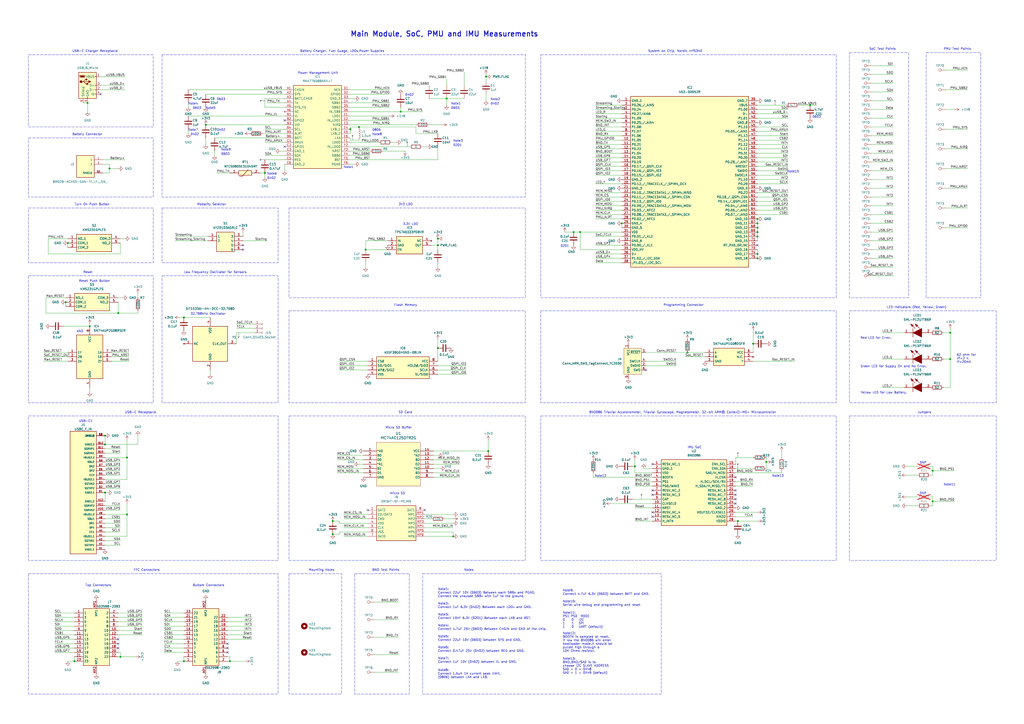
<source format=kicad_sch>
(kicad_sch (version 20230121) (generator eeschema)
  (paper "A2")
  (title_block (title "VersaSens Main") (date "2024-02-20") (rev "00") (company "EPFL, Embedded Systems Laboratory") (comment 1 "Author: Taraneh Aminosharieh Najafi") (comment 2 "Approved: José Angel Miranda Calero"))
  (junction (at 541.02 273.05))
  (junction (at 427.99 302.26))
  (junction (at 208.28 73.66))
  (junction (at 551.18 193.04))
  (junction (at 203.2 74.93))
  (junction (at 444.5 267.97))
  (junction (at 360.68 129.54))
  (junction (at 254 201.93))
  (junction (at 469.9 60.96))
  (junction (at 439.42 129.54))
  (junction (at 106.68 184.15))
  (junction (at 60.96 252.73))
  (junction (at 439.42 127))
  (junction (at 69.85 381))
  (junction (at 119.38 72.39))
  (junction (at 133.35 383.54))
  (junction (at 551.18 208.28))
  (junction (at 43.18 383.54))
  (junction (at 281.94 44.45))
  (junction (at 106.68 383.54))
  (junction (at 368.3 270.51))
  (junction (at 232.41 64.77))
  (junction (at 439.42 137.16))
  (junction (at 193.04 309.88))
  (junction (at 254 138.43))
  (junction (at 541.02 290.83))
  (junction (at 332.74 134.62))
  (junction (at 38.1 175.26))
  (junction (at 436.88 199.39))
  (junction (at 73.66 298.45))
  (junction (at 39.37 140.97))
  (junction (at 439.42 147.32))
  (junction (at 398.78 204.47))
  (junction (at 262.89 311.15))
  (junction (at 153.67 100.33))
  (junction (at 254 142.24))
  (junction (at 283.21 261.62))
  (junction (at 439.42 132.08))
  (junction (at 60.96 257.81))
  (junction (at 50.8 59.69))
  (junction (at 60.96 285.75))
  (junction (at 68.58 181.61))
  (junction (at 52.07 189.23))
  (junction (at 336.55 134.62))
  (junction (at 73.66 265.43))
  (junction (at 193.04 302.26))
  (junction (at 63.5 97.79))
  (junction (at 259.08 57.15))
  (junction (at 439.42 134.62))
  (junction (at 212.09 144.78))
  (junction (at 439.42 149.86))
  (no_connect (at 132.08 375.92))
  (no_connect (at 378.46 269.24))
  (no_connect (at 426.72 284.48))
  (no_connect (at 378.46 284.48))
  (no_connect (at 378.46 287.02))
  (no_connect (at 426.72 292.1))
  (no_connect (at 132.08 378.46))
  (no_connect (at 68.58 375.92))
  (no_connect (at 213.36 295.91))
  (no_connect (at 68.58 370.84))
  (no_connect (at 165.1 85.09))
  (no_connect (at 439.42 142.24))
  (no_connect (at 132.08 373.38))
  (no_connect (at 378.46 297.18))
  (no_connect (at 140.97 144.78))
  (no_connect (at 374.65 214.63))
  (no_connect (at 378.46 299.72))
  (no_connect (at 426.72 276.86))
  (no_connect (at 426.72 287.02))
  (no_connect (at 246.38 295.91))
  (no_connect (at 165.1 69.85))
  (no_connect (at 426.72 289.56))
  (no_connect (at 58.42 54.61))
  (no_connect (at 140.97 142.24))
  (no_connect (at 68.58 373.38))
  (wire (pts (xy 63.5 95.25) (xy 59.69 95.25)))
  (wire (pts (xy 251.46 269.24) (xy 266.7 269.24)))
  (wire (pts (xy 345.44 127) (xy 360.68 127)))
  (wire (pts (xy 31.75 375.92) (xy 43.18 375.92)))
  (wire (pts (xy 208.28 73.66) (xy 203.2 73.66)))
  (wire (pts (xy 68.58 355.6) (xy 82.55 355.6)))
  (wire (pts (xy 426.72 279.4) (xy 436.88 279.4)))
  (wire (pts (xy 31.75 365.76) (xy 43.18 365.76)))
  (wire (pts (xy 78.74 381) (xy 69.85 381)))
  (wire (pts (xy 254 77.47) (xy 241.3 77.47)))
  (wire (pts (xy 251.46 276.86) (xy 266.7 276.86)))
  (wire (pts (xy 426.72 265.43) (xy 426.72 269.24)))
  (wire (pts (xy 345.44 116.84) (xy 360.68 116.84)))
  (wire (pts (xy 548.64 109.22) (xy 561.34 109.22)))
  (wire (pts (xy 255.27 271.78) (xy 251.46 271.78)))
  (wire (pts (xy 68.58 181.61) (xy 80.01 181.61)))
  (wire (pts (xy 101.6 137.16) (xy 120.65 137.16)))
  (wire (pts (xy 505.46 99.06) (xy 518.16 99.06)))
  (wire (pts (xy 60.96 252.73) (xy 60.96 257.81)))
  (wire (pts (xy 121.92 217.17) (xy 121.92 214.63)))
  (wire (pts (xy 69.85 381) (xy 68.58 381)))
  (wire (pts (xy 31.75 370.84) (xy 43.18 370.84)))
  (wire (pts (xy 140.97 139.7) (xy 154.94 139.7)))
  (wire (pts (xy 137.16 193.04) (xy 147.32 193.04)))
  (wire (pts (xy 548.64 74.93) (xy 561.34 74.93)))
  (wire (pts (xy 58.42 52.07) (xy 72.39 52.07)))
  (wire (pts (xy 27.94 147.32) (xy 27.94 138.43)))
  (wire (pts (xy 214.63 90.17) (xy 203.2 90.17)))
  (wire (pts (xy 195.58 266.7) (xy 210.82 266.7)))
  (wire (pts (xy 259.08 45.72) (xy 259.08 49.53)))
  (wire (pts (xy 60.96 311.15) (xy 73.66 311.15)))
  (wire (pts (xy 505.46 134.62) (xy 518.16 134.62)))
  (wire (pts (xy 60.96 270.51) (xy 69.85 270.51)))
  (wire (pts (xy 132.08 358.14) (xy 146.05 358.14)))
  (wire (pts (xy 368.3 294.64) (xy 378.46 294.64)))
  (wire (pts (xy 43.18 381) (xy 43.18 383.54)))
  (wire (pts (xy 345.44 86.36) (xy 360.68 86.36)))
  (wire (pts (xy 345.44 99.06) (xy 360.68 99.06)))
  (wire (pts (xy 153.67 62.23) (xy 165.1 62.23)))
  (wire (pts (xy 344.17 274.32) (xy 344.17 276.86)))
  (wire (pts (xy 541.02 290.83) (xy 553.72 290.83)))
  (wire (pts (xy 95.25 358.14) (xy 106.68 358.14)))
  (wire (pts (xy 505.46 58.42) (xy 518.16 58.42)))
  (wire (pts (xy 457.2 73.66) (xy 439.42 73.66)))
  (wire (pts (xy 203.2 69.85) (xy 226.06 69.85)))
  (wire (pts (xy 444.5 265.43) (xy 444.5 267.97)))
  (wire (pts (xy 436.88 191.77) (xy 436.88 199.39)))
  (wire (pts (xy 212.09 154.94) (xy 212.09 152.4)))
  (wire (pts (xy 59.69 92.71) (xy 72.39 92.71)))
  (wire (pts (xy 203.2 59.69) (xy 226.06 59.69)))
  (wire (pts (xy 124.46 80.01) (xy 165.1 80.01)))
  (wire (pts (xy 31.75 378.46) (xy 43.18 378.46)))
  (wire (pts (xy 426.72 265.43) (xy 436.88 265.43)))
  (wire (pts (xy 426.72 299.72) (xy 436.88 299.72)))
  (wire (pts (xy 374.65 209.55) (xy 392.43 209.55)))
  (wire (pts (xy 254 212.09) (xy 270.51 212.09)))
  (wire (pts (xy 548.64 132.08) (xy 561.34 132.08)))
  (wire (pts (xy 439.42 302.26) (xy 427.99 302.26)))
  (wire (pts (xy 74.93 204.47) (xy 64.77 204.47)))
  (wire (pts (xy 439.42 116.84) (xy 457.2 116.84)))
  (wire (pts (xy 345.44 137.16) (xy 360.68 137.16)))
  (wire (pts (xy 195.58 271.78) (xy 210.82 271.78)))
  (wire (pts (xy 427.99 302.26) (xy 426.72 302.26)))
  (wire (pts (xy 60.96 257.81) (xy 80.01 257.81)))
  (wire (pts (xy 102.87 383.54) (xy 106.68 383.54)))
  (wire (pts (xy 104.14 184.15) (xy 106.68 184.15)))
  (wire (pts (xy 345.44 101.6) (xy 360.68 101.6)))
  (wire (pts (xy 101.6 139.7) (xy 120.65 139.7)))
  (wire (pts (xy 203.2 64.77) (xy 232.41 64.77)))
  (wire (pts (xy 153.67 74.93) (xy 165.1 74.93)))
  (wire (pts (xy 203.2 52.07) (xy 226.06 52.07)))
  (wire (pts (xy 345.44 124.46) (xy 360.68 124.46)))
  (wire (pts (xy 80.01 181.61) (xy 80.01 180.34)))
  (wire (pts (xy 398.78 204.47) (xy 408.94 204.47)))
  (wire (pts (xy 132.08 360.68) (xy 146.05 360.68)))
  (wire (pts (xy 345.44 119.38) (xy 360.68 119.38)))
  (wire (pts (xy 345.44 68.58) (xy 360.68 68.58)))
  (wire (pts (xy 203.2 80.01) (xy 203.2 81.28)))
  (wire (pts (xy 345.44 149.86) (xy 360.68 149.86)))
  (wire (pts (xy 457.2 121.92) (xy 439.42 121.92)))
  (wire (pts (xy 439.42 147.32) (xy 439.42 149.86)))
  (wire (pts (xy 457.2 106.68) (xy 439.42 106.68)))
  (wire (pts (xy 368.3 279.4) (xy 378.46 279.4)))
  (wire (pts (xy 137.16 199.39) (xy 137.16 193.04)))
  (wire (pts (xy 153.67 57.15) (xy 153.67 62.23)))
  (wire (pts (xy 541.02 273.05) (xy 553.72 273.05)))
  (wire (pts (xy 142.24 383.54) (xy 133.35 383.54)))
  (wire (pts (xy 505.46 38.1) (xy 518.16 38.1)))
  (wire (pts (xy 505.46 139.7) (xy 518.16 139.7)))
  (wire (pts (xy 511.81 208.28) (xy 524.51 208.28)))
  (wire (pts (xy 60.96 313.69) (xy 69.85 313.69)))
  (wire (pts (xy 345.44 93.98) (xy 360.68 93.98)))
  (wire (pts (xy 63.5 100.33) (xy 59.69 100.33)))
  (wire (pts (xy 439.42 144.78) (xy 439.42 147.32)))
  (wire (pts (xy 224.79 144.78) (xy 212.09 144.78)))
  (wire (pts (xy 368.3 281.94) (xy 378.46 281.94)))
  (wire (pts (xy 439.42 60.96) (xy 455.93 60.96)))
  (wire (pts (xy 505.46 144.78) (xy 518.16 144.78)))
  (wire (pts (xy 95.25 375.92) (xy 106.68 375.92)))
  (wire (pts (xy 68.58 368.3) (xy 82.55 368.3)))
  (wire (pts (xy 336.55 134.62) (xy 360.68 134.62)))
  (wire (pts (xy 212.09 144.78) (xy 212.09 139.7)))
  (wire (pts (xy 246.38 300.99) (xy 250.19 300.99)))
  (wire (pts (xy 26.67 181.61) (xy 26.67 172.72)))
  (wire (pts (xy 109.22 77.47) (xy 109.22 74.93)))
  (wire (pts (xy 132.08 370.84) (xy 146.05 370.84)))
  (wire (pts (xy 505.46 160.02) (xy 518.16 160.02)))
  (wire (pts (xy 62.23 285.75) (xy 60.96 285.75)))
  (wire (pts (xy 505.46 114.3) (xy 518.16 114.3)))
  (wire (pts (xy 31.75 360.68) (xy 43.18 360.68)))
  (wire (pts (xy 196.85 308.61) (xy 213.36 308.61)))
  (wire (pts (xy 73.66 255.27) (xy 73.66 265.43)))
  (wire (pts (xy 367.03 270.51) (xy 368.3 270.51)))
  (wire (pts (xy 241.3 77.47) (xy 241.3 73.66)))
  (wire (pts (xy 60.96 285.75) (xy 60.96 290.83)))
  (wire (pts (xy 457.2 78.74) (xy 439.42 78.74)))
  (wire (pts (xy 259.08 57.15) (xy 269.24 57.15)))
  (wire (pts (xy 25.4 209.55) (xy 39.37 209.55)))
  (wire (pts (xy 52.07 227.33) (xy 52.07 224.79)))
  (wire (pts (xy 25.4 204.47) (xy 39.37 204.47)))
  (wire (pts (xy 196.85 309.88) (xy 196.85 308.61)))
  (wire (pts (xy 248.92 72.39) (xy 256.54 72.39)))
  (wire (pts (xy 80.01 170.18) (xy 80.01 172.72)))
  (wire (pts (xy 541.02 288.29) (xy 541.02 290.83)))
  (wire (pts (xy 124.46 90.17) (xy 124.46 87.63)))
  (wire (pts (xy 241.3 73.66) (xy 208.28 73.66)))
  (wire (pts (xy 203.2 87.63) (xy 214.63 87.63)))
  (wire (pts (xy 203.2 74.93) (xy 203.2 77.47)))
  (wire (pts (xy 205.74 95.25) (xy 203.2 95.25)))
  (wire (pts (xy 60.96 283.21) (xy 69.85 283.21)))
  (wire (pts (xy 80.01 252.73) (xy 80.01 257.81)))
  (wire (pts (xy 439.42 129.54) (xy 439.42 132.08)))
  (wire (pts (xy 505.46 104.14) (xy 518.16 104.14)))
  (wire (pts (xy 548.64 120.65) (xy 561.34 120.65)))
  (wire (pts (xy 525.78 288.29) (xy 532.13 288.29)))
  (wire (pts (xy 283.21 261.62) (xy 251.46 261.62)))
  (wire (pts (xy 39.37 140.97) (xy 39.37 143.51)))
  (wire (pts (xy 246.38 303.53) (xy 262.89 303.53)))
  (wire (pts (xy 254 217.17) (xy 270.51 217.17)))
  (wire (pts (xy 345.44 60.96) (xy 360.68 60.96)))
  (wire (pts (xy 109.22 62.23) (xy 109.22 59.69)))
  (wire (pts (xy 109.22 67.31) (xy 165.1 67.31)))
  (wire (pts (xy 505.46 83.82) (xy 518.16 83.82)))
  (wire (pts (xy 60.96 265.43) (xy 73.66 265.43)))
  (wire (pts (xy 205.74 57.15) (xy 203.2 57.15)))
  (wire (pts (xy 73.66 265.43) (xy 73.66 278.13)))
  (wire (pts (xy 539.75 275.59) (xy 541.02 275.59)))
  (wire (pts (xy 548.64 86.36) (xy 561.34 86.36)))
  (wire (pts (xy 345.44 71.12) (xy 360.68 71.12)))
  (wire (pts (xy 217.17 389.89) (xy 231.14 389.89)))
  (wire (pts (xy 109.22 52.07) (xy 165.1 52.07)))
  (wire (pts (xy 68.58 365.76) (xy 82.55 365.76)))
  (wire (pts (xy 374.65 212.09) (xy 392.43 212.09)))
  (wire (pts (xy 69.85 140.97) (xy 69.85 147.32)))
  (wire (pts (xy 133.35 381) (xy 133.35 383.54)))
  (wire (pts (xy 254 214.63) (xy 270.51 214.63)))
  (wire (pts (xy 203.2 67.31) (xy 226.06 67.31)))
  (wire (pts (xy 137.16 187.96) (xy 147.32 187.96)))
  (wire (pts (xy 354.33 292.1) (xy 378.46 292.1)))
  (wire (pts (xy 505.46 68.58) (xy 518.16 68.58)))
  (wire (pts (xy 453.39 265.43) (xy 453.39 261.62)))
  (wire (pts (xy 397.51 207.01) (xy 408.94 207.01)))
  (wire (pts (xy 208.28 269.24) (xy 210.82 269.24)))
  (wire (pts (xy 195.58 274.32) (xy 210.82 274.32)))
  (wire (pts (xy 196.85 302.26) (xy 196.85 303.53)))
  (wire (pts (xy 345.44 76.2) (xy 360.68 76.2)))
  (wire (pts (xy 254 196.85) (xy 254 201.93)))
  (wire (pts (xy 345.44 63.5) (xy 360.68 63.5)))
  (wire (pts (xy 254 264.16) (xy 251.46 264.16)))
  (wire (pts (xy 203.2 72.39) (xy 241.3 72.39)))
  (wire (pts (xy 68.58 181.61) (xy 26.67 181.61)))
  (wire (pts (xy 439.42 93.98) (xy 457.2 93.98)))
  (wire (pts (xy 457.2 76.2) (xy 439.42 76.2)))
  (wire (pts (xy 505.46 93.98) (xy 518.16 93.98)))
  (wire (pts (xy 251.46 266.7) (xy 266.7 266.7)))
  (wire (pts (xy 345.44 81.28) (xy 360.68 81.28)))
  (wire (pts (xy 505.46 48.26) (xy 518.16 48.26)))
  (wire (pts (xy 374.65 204.47) (xy 398.78 204.47)))
  (wire (pts (xy 453.39 273.05) (xy 453.39 274.32)))
  (wire (pts (xy 436.88 271.78) (xy 426.72 271.78)))
  (wire (pts (xy 153.67 102.87) (xy 153.67 100.33)))
  (wire (pts (xy 345.44 91.44) (xy 360.68 91.44)))
  (wire (pts (xy 548.64 97.79) (xy 561.34 97.79)))
  (wire (pts (xy 58.42 49.53) (xy 72.39 49.53)))
  (wire (pts (xy 203.2 81.28) (xy 208.28 81.28)))
  (wire (pts (xy 327.66 134.62) (xy 332.74 134.62)))
  (wire (pts (xy 439.42 297.18) (xy 426.72 297.18)))
  (wire (pts (xy 36.83 189.23) (xy 52.07 189.23)))
  (wire (pts (xy 232.41 62.23) (xy 232.41 64.77)))
  (wire (pts (xy 345.44 73.66) (xy 360.68 73.66)))
  (wire (pts (xy 222.25 87.63) (xy 234.95 87.63)))
  (wire (pts (xy 213.36 214.63) (xy 196.85 214.63)))
  (wire (pts (xy 505.46 109.22) (xy 518.16 109.22)))
  (wire (pts (xy 548.64 52.07) (xy 561.34 52.07)))
  (wire (pts (xy 60.96 262.89) (xy 69.85 262.89)))
  (wire (pts (xy 439.42 132.08) (xy 439.42 134.62)))
  (wire (pts (xy 31.75 363.22) (xy 43.18 363.22)))
  (wire (pts (xy 199.39 311.15) (xy 213.36 311.15)))
  (wire (pts (xy 153.67 92.71) (xy 165.1 92.71)))
  (wire (pts (xy 213.36 209.55) (xy 196.85 209.55)))
  (wire (pts (xy 525.78 275.59) (xy 532.13 275.59)))
  (wire (pts (xy 60.96 306.07) (xy 69.85 306.07)))
  (wire (pts (xy 95.25 373.38) (xy 106.68 373.38)))
  (wire (pts (xy 60.96 275.59) (xy 69.85 275.59)))
  (wire (pts (xy 95.25 365.76) (xy 106.68 365.76)))
  (wire (pts (xy 505.46 124.46) (xy 518.16 124.46)))
  (wire (pts (xy 232.41 64.77) (xy 245.11 64.77)))
  (wire (pts (xy 444.5 267.97) (xy 444.5 271.78)))
  (wire (pts (xy 254 144.78) (xy 254 142.24)))
  (wire (pts (xy 345.44 152.4) (xy 360.68 152.4)))
  (wire (pts (xy 439.42 127) (xy 439.42 129.54)))
  (wire (pts (xy 125.73 100.33) (xy 133.35 100.33)))
  (wire (pts (xy 551.18 193.04) (xy 551.18 190.5)))
  (wire (pts (xy 95.25 370.84) (xy 106.68 370.84)))
  (wire (pts (xy 551.18 193.04) (xy 551.18 208.28)))
  (wire (pts (xy 246.38 308.61) (xy 262.89 308.61)))
  (wire (pts (xy 60.96 280.67) (xy 69.85 280.67)))
  (wire (pts (xy 193.04 302.26) (xy 196.85 302.26)))
  (wire (pts (xy 539.75 293.37) (xy 541.02 293.37)))
  (wire (pts (xy 154.94 59.69) (xy 165.1 59.69)))
  (wire (pts (xy 68.58 363.22) (xy 82.55 363.22)))
  (wire (pts (xy 525.78 293.37) (xy 532.13 293.37)))
  (wire (pts (xy 547.37 224.79) (xy 551.18 224.79)))
  (wire (pts (xy 48.26 59.69) (xy 50.8 59.69)))
  (wire (pts (xy 345.44 106.68) (xy 360.68 106.68)))
  (wire (pts (xy 250.19 142.24) (xy 254 142.24)))
  (wire (pts (xy 547.37 193.04) (xy 551.18 193.04)))
  (wire (pts (xy 63.5 97.79) (xy 63.5 100.33)))
  (wire (pts (xy 525.78 270.51) (xy 532.13 270.51)))
  (wire (pts (xy 436.88 209.55) (xy 461.01 209.55)))
  (wire (pts (xy 26.67 172.72) (xy 38.1 172.72)))
  (wire (pts (xy 137.16 190.5) (xy 147.32 190.5)))
  (wire (pts (xy 251.46 274.32) (xy 266.7 274.32)))
  (wire (pts (xy 153.67 90.17) (xy 165.1 90.17)))
  (wire (pts (xy 203.2 85.09) (xy 237.49 85.09)))
  (wire (pts (xy 246.38 306.07) (xy 262.89 306.07)))
  (wire (pts (xy 203.2 73.66) (xy 203.2 74.93)))
  (wire (pts (xy 439.42 99.06) (xy 457.2 99.06)))
  (wire (pts (xy 119.38 54.61) (xy 165.1 54.61)))
  (wire (pts (xy 259.08 57.15) (xy 259.08 60.96)))
  (wire (pts (xy 73.66 292.1) (xy 73.66 298.45)))
  (wire (pts (xy 50.8 59.69) (xy 50.8 64.77)))
  (wire (pts (xy 203.2 62.23) (xy 226.06 62.23)))
  (wire (pts (xy 436.88 199.39) (xy 436.88 204.47)))
  (wire (pts (xy 69.85 147.32) (xy 27.94 147.32)))
  (wire (pts (xy 541.02 270.51) (xy 539.75 270.51)))
  (wire (pts (xy 153.67 82.55) (xy 165.1 82.55)))
  (wire (pts (xy 254 92.71) (xy 254 85.09)))
  (wire (pts (xy 457.2 83.82) (xy 439.42 83.82)))
  (wire (pts (xy 439.42 134.62) (xy 439.42 137.16)))
  (wire (pts (xy 511.81 224.79) (xy 524.51 224.79)))
  (wire (pts (xy 457.2 104.14) (xy 439.42 104.14)))
  (wire (pts (xy 132.08 381) (xy 133.35 381)))
  (wire (pts (xy 132.08 365.76) (xy 146.05 365.76)))
  (wire (pts (xy 373.38 271.78) (xy 378.46 271.78)))
  (wire (pts (xy 254 154.94) (xy 254 152.4)))
  (wire (pts (xy 199.39 300.99) (xy 213.36 300.99)))
  (wire (pts (xy 203.2 92.71) (xy 254 92.71)))
  (wire (pts (xy 95.25 360.68) (xy 106.68 360.68)))
  (wire (pts (xy 60.96 267.97) (xy 69.85 267.97)))
  (wire (pts (xy 457.2 63.5) (xy 439.42 63.5)))
  (wire (pts (xy 457.2 81.28) (xy 439.42 81.28)))
  (wire (pts (xy 367.03 289.56) (xy 378.46 289.56)))
  (wire (pts (xy 60.96 298.45) (xy 73.66 298.45)))
  (wire (pts (xy 247.65 85.09) (xy 245.11 85.09)))
  (wire (pts (xy 345.44 121.92) (xy 360.68 121.92)))
  (wire (pts (xy 541.02 273.05) (xy 541.02 275.59)))
  (wire (pts (xy 229.87 82.55) (xy 227.33 82.55)))
  (wire (pts (xy 505.46 149.86) (xy 518.16 149.86)))
  (wire (pts (xy 281.94 44.45) (xy 281.94 46.99)))
  (wire (pts (xy 119.38 83.82) (xy 119.38 80.01)))
  (wire (pts (xy 345.44 88.9) (xy 360.68 88.9)))
  (wire (pts (xy 360.68 83.82) (xy 345.44 83.82)))
  (wire (pts (xy 71.12 172.72) (xy 68.58 172.72)))
  (wire (pts (xy 439.42 114.3) (xy 457.2 114.3)))
  (wire (pts (xy 368.3 270.51) (xy 368.3 274.32)))
  (wire (pts (xy 39.37 383.54) (xy 43.18 383.54)))
  (wire (pts (xy 31.75 358.14) (xy 43.18 358.14)))
  (wire (pts (xy 511.81 193.04) (xy 524.51 193.04)))
  (wire (pts (xy 505.46 119.38) (xy 518.16 119.38)))
  (wire (pts (xy 60.96 278.13) (xy 73.66 278.13)))
  (wire (pts (xy 212.09 139.7) (xy 224.79 139.7)))
  (wire (pts (xy 193.04 309.88) (xy 196.85 309.88)))
  (wire (pts (xy 60.96 316.23) (xy 69.85 316.23)))
  (wire (pts (xy 439.42 137.16) (xy 439.42 139.7)))
  (wire (pts (xy 195.58 264.16) (xy 210.82 264.16)))
  (wire (pts (xy 345.44 111.76) (xy 360.68 111.76)))
  (wire (pts (xy 457.2 124.46) (xy 439.42 124.46)))
  (wire (pts (xy 505.46 43.18) (xy 518.16 43.18)))
  (wire (pts (xy 95.25 368.3) (xy 106.68 368.3)))
  (wire (pts (xy 60.96 260.35) (xy 69.85 260.35)))
  (wire (pts (xy 165.1 57.15) (xy 153.67 57.15)))
  (wire (pts (xy 505.46 73.66) (xy 518.16 73.66)))
  (wire (pts (xy 439.42 119.38) (xy 457.2 119.38)))
  (wire (pts (xy 457.2 86.36) (xy 439.42 86.36)))
  (wire (pts (xy 457.2 88.9) (xy 439.42 88.9)))
  (wire (pts (xy 368.3 302.26) (xy 378.46 302.26)))
  (wire (pts (xy 106.68 184.15) (xy 121.92 184.15)))
  (wire (pts (xy 162.56 87.63) (xy 165.1 87.63)))
  (wire (pts (xy 106.68 381) (xy 106.68 383.54)))
  (wire (pts (xy 132.08 363.22) (xy 146.05 363.22)))
  (wire (pts (xy 213.36 212.09) (xy 196.85 212.09)))
  (wire (pts (xy 217.17 369.57) (xy 231.14 369.57)))
  (wire (pts (xy 68.58 360.68) (xy 82.55 360.68)))
  (wire (pts (xy 336.55 144.78) (xy 336.55 134.62)))
  (wire (pts (xy 68.58 378.46) (xy 69.85 378.46)))
  (wire (pts (xy 457.2 91.44) (xy 439.42 91.44)))
  (wire (pts (xy 246.38 298.45) (xy 262.89 298.45)))
  (wire (pts (xy 548.64 40.64) (xy 561.34 40.64)))
  (wire (pts (xy 541.02 288.29) (xy 539.75 288.29)))
  (wire (pts (xy 63.5 95.25) (xy 63.5 97.79)))
  (wire (pts (xy 74.93 209.55) (xy 64.77 209.55)))
  (wire (pts (xy 254 142.24) (xy 254 138.43)))
  (wire (pts (xy 248.92 57.15) (xy 259.08 57.15)))
  (wire (pts (xy 60.96 308.61) (xy 69.85 308.61)))
  (wire (pts (xy 257.81 300.99) (xy 262.89 300.99)))
  (wire (pts (xy 60.96 293.37) (xy 69.85 293.37)))
  (wire (pts (xy 283.21 255.27) (xy 283.21 261.62)))
  (wire (pts (xy 165.1 99.06) (xy 165.1 95.25)))
  (wire (pts (xy 332.74 134.62) (xy 336.55 134.62)))
  (wire (pts (xy 457.2 111.76) (xy 439.42 111.76)))
  (wire (pts (xy 60.96 300.99) (xy 69.85 300.99)))
  (wire (pts (xy 281.94 54.61) (xy 281.94 58.42)))
  (wire (pts (xy 25.4 207.01) (xy 39.37 207.01)))
  (wire (pts (xy 345.44 142.24) (xy 360.68 142.24)))
  (wire (pts (xy 360.68 129.54) (xy 360.68 132.08)))
  (wire (pts (xy 196.85 303.53) (xy 213.36 303.53)))
  (wire (pts (xy 95.25 355.6) (xy 106.68 355.6)))
  (wire (pts (xy 505.46 63.5) (xy 518.16 63.5)))
  (wire (pts (xy 457.2 68.58) (xy 439.42 68.58)))
  (wire (pts (xy 368.3 266.7) (xy 368.3 270.51)))
  (wire (pts (xy 262.89 308.61) (xy 262.89 311.15)))
  (wire (pts (xy 68.58 358.14) (xy 82.55 358.14)))
  (wire (pts (xy 505.46 53.34) (xy 518.16 53.34)))
  (wire (pts (xy 345.44 78.74) (xy 360.68 78.74)))
  (wire (pts (xy 60.96 273.05) (xy 69.85 273.05)))
  (wire (pts (xy 541.02 290.83) (xy 541.02 293.37)))
  (wire (pts (xy 469.9 60.96) (xy 463.55 60.96)))
  (wire (pts (xy 217.17 379.73) (xy 231.14 379.73)))
  (wire (pts (xy 31.75 355.6) (xy 43.18 355.6)))
  (wire (pts (xy 345.44 66.04) (xy 360.68 66.04)))
  (wire (pts (xy 72.39 138.43) (xy 69.85 138.43)))
  (wire (pts (xy 52.07 187.96) (xy 52.07 189.23)))
  (wire (pts (xy 548.64 63.5) (xy 553.72 63.5)))
  (wire (pts (xy 262.89 311.15) (xy 246.38 311.15)))
  (wire (pts (xy 344.17 276.86) (xy 378.46 276.86)))
  (wire (pts (xy 505.46 154.94) (xy 518.16 154.94)))
  (wire (pts (xy 68.58 175.26) (xy 68.58 181.61)))
  (wire (pts (xy 95.25 378.46) (xy 106.68 378.46)))
  (wire (pts (xy 457.2 96.52) (xy 439.42 96.52)))
  (wire (pts (xy 31.75 373.38) (xy 43.18 373.38)))
  (wire (pts (xy 551.18 224.79) (xy 551.18 208.28)))
  (wire (pts (xy 140.97 134.62) (xy 140.97 137.16)))
  (wire (pts (xy 199.39 298.45) (xy 213.36 298.45)))
  (wire (pts (xy 203.2 82.55) (xy 219.71 82.55)))
  (wire (pts (xy 152.4 77.47) (xy 165.1 77.47)))
  (wire (pts (xy 60.96 295.91) (xy 69.85 295.91)))
  (wire (pts (xy 269.24 41.91) (xy 269.24 49.53)))
  (wire (pts (xy 345.44 96.52) (xy 360.68 96.52)))
  (wire (pts (xy 473.71 60.96) (xy 469.9 60.96)))
  (wire (pts (xy 505.46 78.74) (xy 518.16 78.74)))
  (wire (pts (xy 151.13 100.33) (xy 153.67 100.33)))
  (wire (pts (xy 426.72 281.94) (xy 436.88 281.94)))
  (wire (pts (xy 203.2 54.61) (xy 226.06 54.61)))
  (wire (pts (xy 133.35 383.54) (xy 132.08 383.54)))
  (wire (pts (xy 69.85 378.46) (xy 69.85 381)))
  (wire (pts (xy 541.02 270.51) (xy 541.02 273.05)))
  (wire (pts (xy 281.94 43.18) (xy 281.94 44.45)))
  (wire (pts (xy 73.66 298.45) (xy 73.66 311.15)))
  (wire (pts (xy 547.37 208.28) (xy 551.18 208.28)))
  (wire (pts (xy 60.96 303.53) (xy 69.85 303.53)))
  (wire (pts (xy 119.38 72.39) (xy 165.1 72.39)))
  (wire (pts (xy 199.39 306.07) (xy 213.36 306.07)))
  (wire (pts (xy 217.17 349.25) (xy 231.14 349.25)))
  (wire (pts (xy 505.46 129.54) (xy 518.16 129.54)))
  (wire (pts (xy 58.42 44.45) (xy 72.39 44.45)))
  (wire (pts (xy 254 201.93) (xy 254 209.55)))
  (wire (pts (xy 38.1 175.26) (xy 38.1 177.8)))
  (wire (pts (xy 132.08 368.3) (xy 146.05 368.3)))
  (wire (pts (xy 457.2 66.04) (xy 439.42 66.04)))
  (wire (pts (xy 368.3 274.32) (xy 378.46 274.32)))
  (wire (pts (xy 74.93 207.01) (xy 64.77 207.01)))
  (wire (pts (xy 217.17 359.41) (xy 231.14 359.41)))
  (wire (pts (xy 95.25 363.22) (xy 106.68 363.22)))
  (wire (pts (xy 505.46 88.9) (xy 518.16 88.9)))
  (wire (pts (xy 360.68 144.78) (xy 336.55 144.78)))
  (wire (pts (xy 27.94 138.43) (xy 39.37 138.43)))
  (wire (pts (xy 426.72 274.32) (xy 453.39 274.32)))
  (wire (pts (xy 31.75 368.3) (xy 43.18 368.3)))
  (wire (pts (xy 439.42 101.6) (xy 457.2 101.6)))
  (wire (pts (xy 345.44 114.3) (xy 360.68 114.3)))
  (wire (pts (xy 68.58 97.79) (xy 63.5 97.79)))
  (wire (pts (xy 345.44 147.32) (xy 360.68 147.32)))
  (rectangle (start 93.98 160.02) (end 161.29 233.68) (stroke (width 0) (type dash)))
  (rectangle (start 537.21 30.48) (end 568.96 172.72) (stroke (width 0) (type dash)))
  (rectangle (start 313.69 241.3) (end 485.14 325.12) (stroke (width 0) (type dash)))
  (rectangle (start 167.64 180.34) (end 304.8 233.68) (stroke (width 0) (type dash)))
  (rectangle (start 167.64 332.74) (end 198.12 402.59) (stroke (width 0) (type dash)))
  (rectangle (start 16.51 80.01) (end 88.9 114.3) (stroke (width 0) (type dash)))
  (rectangle (start 16.51 160.02) (end 88.9 233.68) (stroke (width 0) (type dash)))
  (rectangle (start 167.64 120.65) (end 304.8 172.72) (stroke (width 0) (type dash)))
  (rectangle (start 492.76 241.3) (end 577.85 325.12) (stroke (width 0) (type dash)))
  (rectangle (start 93.98 31.75) (end 304.8 114.3) (stroke (width 0) (type dash)))
  (rectangle (start 205.74 332.74) (end 237.49 402.59) (stroke (width 0) (type dash)))
  (rectangle (start 313.69 180.34) (end 485.14 233.68) (stroke (width 0) (type dash)))
  (rectangle (start 492.76 30.48) (end 527.05 172.72) (stroke (width 0) (type dash)))
  (rectangle (start 250.19 332.74) (end 250.19 332.74))
  (rectangle (start 16.51 241.3) (end 161.29 325.12) (stroke (width 0) (type dash)))
  (rectangle (start 16.51 332.74) (end 161.29 402.59) (stroke (width 0) (type dash)))
  (rectangle (start 245.11 332.74) (end 383.54 402.59) (stroke (width 0) (type dash)))
  (rectangle (start 16.51 31.75) (end 88.9 73.66) (stroke (width 0) (type dash)))
  (rectangle (start 167.64 241.3) (end 304.8 325.12) (stroke (width 0) (type dash)))
  (rectangle (start 492.76 180.34) (end 577.85 233.68) (stroke (width 0) (type dash)))
  (rectangle (start 313.69 31.75) (end 485.14 172.72) (stroke (width 0) (type dash)))
  (rectangle (start 93.98 120.65) (end 161.29 152.4) (stroke (width 0) (type dash)))
  (rectangle (start 16.51 120.65) (end 88.9 152.4) (stroke (width 0) (type dash)))
  (text "0402" (at 154.94 104.14 0) (effects (font (size 1.27 1.27)) (justify left bottom)))
  (text "Note4" (at 109.22 60.96 0) (effects (font (size 1.27 1.27)) (justify left bottom)))
  (text "Green LED for Supply On and No Error." (at 499.11 213.36 0) (effects (font (size 1.27 1.27)) (justify left bottom)))
  (text "Power Management Unit\n" (at 172.72 43.18 0) (effects (font (size 1.27 1.27)) (justify left bottom)))
  (text "0402" (at 125.73 76.2 0) (effects (font (size 1.27 1.27)) (justify left bottom)))
  (text "LED Indicators (Red, Yellow, Green)" (at 514.35 179.07 0) (effects (font (size 1.27 1.27)) (justify left bottom)))
  (text "Note1:\nConnect 22uF 10V (0603) Between each SBBx and PGND.\nConnect the unsused SBBx with 1uF to the ground," (at 254 346.71 0) (effects (font (size 1.27 1.27)) (justify left bottom)))
  (text "FFC Connectors" (at 77.47 331.47 0) (effects (font (size 1.27 1.27)) (justify left bottom)))
  (text "BNO086 Triaxial Accelerometer, Triaxial Gyroscope, Magnetometer, 32-bit ARM® Cortex™-M0+ Microcontroller" (at 341.63 240.03 0) (effects (font (size 1.27 1.27)) (justify left bottom)))
  (text "Note8" (at 215.9 78.74 0) (effects (font (size 1.27 1.27)) (justify left bottom)))
  (text "Note12:\nBOOTN is sampled at reset. \nIf low the BNO086 will enter \nbootloader mode.It should be \npulled high through a \n10K Ohms resistor." (at 326.39 378.46 0) (effects (font (size 1.27 1.27)) (justify left bottom)))
  (text "Reset " (at 48.26 158.75 0) (effects (font (size 1.27 1.27)) (justify left bottom)))
  (text "0603" (at 476.25 68.58 0) (effects (font (size 1.27 1.27)) (justify right bottom)))
  (text "32.768kHz Oscillator" (at 110.49 182.88 0) (effects (font (size 1.27 1.27)) (justify left bottom)))
  (text "Note11" (at 547.37 281.94 0) (effects (font (size 1.27 1.27)) (justify left bottom)))
  (text "0603" (at 111.76 63.5 0) (effects (font (size 1.27 1.27)) (justify left bottom)))
  (text "Buttom Connectors" (at 111.76 340.36 0) (effects (font (size 1.27 1.27)) (justify left bottom)))
  (text "Note7" (at 109.22 76.2 0) (effects (font (size 1.27 1.27)) (justify left bottom)))
  (text "Note5" (at 119.38 63.5 0) (effects (font (size 1.27 1.27)) (justify left bottom)))
  (text "Programming Connector" (at 384.81 177.8 0) (effects (font (size 1.27 1.27)) (justify left bottom)))
  (text "Note6:\nConnect 0.47uF 25V (0402) between REG and GND." (at 254 378.46 0) (effects (font (size 1.27 1.27)) (justify left bottom)))
  (text "USB-C Charger Receptacle" (at 41.91 30.48 0) (effects (font (size 1.27 1.27)) (justify left bottom)))
  (text "IMU SoC" (at 398.78 260.35 0) (effects (font (size 1.27 1.27)) (justify left bottom)))
  (text "USB-C1" (at 45.72 245.11 0) (effects (font (size 1.27 1.27)) (justify left bottom)))
  (text "BNO Test Points\n" (at 215.9 331.47 0) (effects (font (size 1.27 1.27)) (justify left bottom)))
  (text "Note1" (at 261.62 60.96 0) (effects (font (size 1.27 1.27)) (justify left bottom)))
  (text "0806" (at 215.9 76.2 0) (effects (font (size 1.27 1.27)) (justify left bottom)))
  (text "0603" (at 128.27 90.17 0) (effects (font (size 1.27 1.27)) (justify left bottom)))
  (text "Yellow LED for Low Battery." (at 499.11 228.6 0) (effects (font (size 1.27 1.27)) (justify left bottom)))
  (text "Flash Memory" (at 228.6 177.8 0) (effects (font (size 1.27 1.27)) (justify left bottom)))
  (text "Note13:\nBNO_BNO/SA0 is to \nchoose I2C SLAVE ADDRESS\nSA0 = 0 = 0X48\nSA0 = 1 = 0X49 (default)" (at 326.39 391.16 0) (effects (font (size 1.27 1.27)) (justify left bottom)))
  (text "SoC Test Points\n" (at 504.19 29.21 0) (effects (font (size 1.27 1.27)) (justify left bottom)))
  (text "Note6" (at 154.94 101.6 0) (effects (font (size 1.27 1.27)) (justify left bottom)))
  (text "Mounting Holes" (at 179.07 331.47 0) (effects (font (size 1.27 1.27)) (justify left bottom)))
  (text "Note10:\nSerial wire debug and programming and reset" (at 326.39 351.79 0) (effects (font (size 1.27 1.27)) (justify left bottom)))
  (text "0402" (at 284.48 60.96 0) (effects (font (size 1.27 1.27)) (justify left bottom)))
  (text "Note12" (at 351.79 276.86 0) (effects (font (size 1.27 1.27)) (justify right bottom)))
  (text "Note2:\nConnect 1uF 6.3V (0402) Between each LDOx and GND." (at 254 353.06 0) (effects (font (size 1.27 1.27)) (justify left bottom)))
  (text "Turn On Push Button" (at 43.18 119.38 0) (effects (font (size 1.27 1.27)) (justify left bottom)))
  (text "Low Frequency Oscillator for Sensors" (at 106.68 158.75 0) (effects (font (size 1.27 1.27)) (justify left bottom)))
  (text "Micro SD Buffer" (at 223.52 248.92 0) (effects (font (size 1.27 1.27)) (justify left bottom)))
  (text "Notes" (at 269.24 331.47 0) (effects (font (size 1.27 1.27)) (justify left bottom)))
  (text "System on Chip, Nordic nrf5340" (at 375.92 30.48 0) (effects (font (size 1.27 1.27)) (justify left bottom)))
  (text "0402" (at 234.95 55.88 0) (effects (font (size 1.27 1.27)) (justify left bottom)))
  (text "AND" (at 44.45 193.04 0) (effects (font (size 1.27 1.27)) (justify left bottom)))
  (text "DNP" (at 533.4 287.02 0) (effects (font (size 1.27 1.27)) (justify left bottom)))
  (text "0201" (at 325.12 143.51 0) (effects (font (size 1.27 1.27)) (justify left bottom)))
  (text "Reset Push Button" (at 45.72 163.83 0) (effects (font (size 1.27 1.27)) (justify left bottom)))
  (text "Note3:\nConnect 10nF 6.3V (0201) Between each LXB and BST." (at 254 359.41 0) (effects (font (size 1.27 1.27)) (justify left bottom)))
  (text "Modality Selector" (at 114.3 119.38 0) (effects (font (size 1.27 1.27)) (justify left bottom)))
  (text "PMU Test Points\n" (at 547.37 29.21 0) (effects (font (size 1.27 1.27)) (justify left bottom)))
  (text "62 ohm for \nVf=2 V,  \nIf=20mA" (at 554.99 210.82 0) (effects (font (size 1.27 1.27)) (justify left bottom)))
  (text "3.3V LDO\n" (at 233.68 130.81 0) (effects (font (size 1.27 1.27)) (justify left bottom)))
  (text "DNP" (at 533.4 269.24 0) (effects (font (size 1.27 1.27)) (justify left bottom)))
  (text "Note1" (at 199.39 97.79 0) (effects (font (size 1.27 1.27)) (justify left bottom)))
  (text "Note9:\nConnect 4.7uF 6.3V (0603) between BATT and GND." (at 326.39 345.44 0) (effects (font (size 1.27 1.27)) (justify left bottom)))
  (text "0603" (at 261.62 63.5 0) (effects (font (size 1.27 1.27)) (justify left bottom)))
  (text "0603" (at 125.73 58.42 0) (effects (font (size 1.27 1.27)) (justify left bottom)))
  (text "USB-C Receptacle" (at 72.39 240.03 0) (effects (font (size 1.27 1.27)) (justify left bottom)))
  (text "Note2" (at 284.48 58.42 0) (effects (font (size 1.27 1.27)) (justify left bottom)))
  (text "Top Connectors" (at 49.53 340.36 0) (effects (font (size 1.27 1.27)) (justify left bottom)))
  (text "0201" (at 262.89 85.09 0) (effects (font (size 1.27 1.27)) (justify left bottom)))
  (text "micro SD" (at 226.06 287.02 0) (effects (font (size 1.27 1.27)) (justify left bottom)))
  (text "Note5:\nConnect 22uF 10V (0603) between SYS and GND." (at 254 372.11 0) (effects (font (size 1.27 1.27)) (justify left bottom)))
  (text "Battery Charger, Fuel Guage, LDOs,Power Supplies" (at 173.99 30.48 0) (effects (font (size 1.27 1.27)) (justify left bottom)))
  (text "Battery Connector\n" (at 41.91 78.74 0) (effects (font (size 1.27 1.27)) (justify left bottom)))
  (text "SD Card" (at 231.14 240.03 0) (effects (font (size 1.27 1.27)) (justify left bottom)))
  (text "Note10" (at 463.55 100.33 0) (effects (font (size 1.27 1.27)) (justify right bottom)))
  (text "Note13" (at 454.66 276.86 0) (effects (font (size 1.27 1.27)) (justify right bottom)))
  (text "3V3 LDO" (at 231.14 119.38 0) (effects (font (size 1.27 1.27)) (justify left bottom)))
  (text "Note4:\nConnect 4.7uF 25V (0603) Between CHGIN and GND of the chip." (at 254 365.76 0) (effects (font (size 1.27 1.27)) (justify left bottom)))
  (text "Note7:\nConnect 1uF 10V (0402) between VL and GND." (at 254 384.81 0) (effects (font (size 1.27 1.27)) (justify left bottom)))
  (text "Note9" (at 128.27 87.63 0) (effects (font (size 1.27 1.27)) (justify left bottom)))
  (text "Main Module, SoC, PMU and IMU Measurements" (at 203.2 21.59 0) (effects (font (size 3 3) (thickness 0.454) bold) (justify left bottom)))
  (text "Note11:\nPS1 PS0  MODE\n0    0   I2C \n1    1   SPI\n1    0   UART (default)" (at 326.39 364.49 0) (effects (font (size 1.27 1.27)) (justify left bottom)))
  (text "Note8:\nConnect 1.5uH 1A current peak limit,\n(0806) between LXA and LXB." (at 254 393.7 0) (effects (font (size 1.27 1.27)) (justify left bottom)))
  (text "0402" (at 110.49 78.74 0) (effects (font (size 1.27 1.27)) (justify left bottom)))
  (text "Note3" (at 262.89 82.55 0) (effects (font (size 1.27 1.27)) (justify left bottom)))
  (text "Jumpers" (at 532.13 240.03 0) (effects (font (size 1.27 1.27)) (justify left bottom)))
  (text "Red LED for Error." (at 499.11 196.85 0) (effects (font (size 1.27 1.27)) (justify left bottom)))
  (label "SCL" (at 457.2 73.66 180))
  (label "SoC_FCLK" (at 137.16 187.96 0))
  (label "INT2" (at 518.16 109.22 180))
  (label "QSPI_CLK" (at 270.51 214.63 180))
  (label "PMU_NRST" (at 74.93 207.01 180))
  (label "Reset" (at 146.05 370.84 180))
  (label "LED_G" (at 345.44 76.2 0))
  (label "MEM_SW2_IN" (at 345.44 71.12 0))
  (label "INT1" (at 518.16 104.14 180))
  (label "PMU_SBB0" (at 248.92 49.53 180))
  (label "SDO" (at 457.2 63.5 180))
  (label "QSPI_IO2" (at 196.85 214.63 0))
  (label "Soc_RESET_IN" (at 457.2 96.52 180))
  (label "MEM_MISO" (at 266.7 269.24 180))
  (label "MEM_MOSI_IN" (at 195.58 274.32 0))
  (label "LED_G" (at 511.81 208.28 0))
  (label "CSB1" (at 31.75 368.3 0))
  (label "QSPI_IO1" (at 196.85 212.09 0))
  (label "PMU_SYS" (at 561.34 74.93 180))
  (label "MEM_MOSI" (at 195.58 271.78 0))
  (label "USB_GP5" (at 345.44 86.36 0))
  (label "QSPI_IO3" (at 345.44 99.06 0))
  (label "USB_GP4" (at 518.16 149.86 180))
  (label "MEM_CS" (at 345.44 114.3 0))
  (label "Man_RESET" (at 26.67 172.72 0))
  (label "USB_GP5" (at 69.85 295.91 180))
  (label "BNO_MOSI" (at 436.88 274.32 180))
  (label "USB_GP3" (at 69.85 270.51 180))
  (label "USB_GP2" (at 518.16 139.7 180))
  (label "PMU_NRST" (at 214.63 87.63 180))
  (label "PMU_NIRQ" (at 226.06 72.39 180))
  (label "Storing" (at 345.44 68.58 0))
  (label "MEM_MISO" (at 345.44 111.76 0))
  (label "INT4" (at 457.2 83.82 180))
  (label "QSPI_IO1" (at 457.2 116.84 180))
  (label "INT1" (at 146.05 358.14 180))
  (label "SDI" (at 69.85 306.07 180))
  (label "USB_GP1" (at 82.55 355.6 180))
  (label "USB_GP3" (at 82.55 360.68 180))
  (label "Start" (at 82.55 365.76 180))
  (label "USB_GP1" (at 518.16 134.62 180))
  (label "LED_R" (at 511.81 193.04 0))
  (label "Man_RESET" (at 25.4 209.55 0))
  (label "SoC_FCLK" (at 345.44 137.16 0))
  (label "PMU_LDO0" (at 219.71 82.55 180))
  (label "PMU_GPIO0" (at 226.06 54.61 180))
  (label "USB_GP6" (at 69.85 283.21 180))
  (label "INT3" (at 518.16 114.3 180))
  (label "SDA" (at 31.75 358.14 0))
  (label "SDA" (at 153.67 90.17 0))
  (label "SDA" (at 69.85 313.69 180))
  (label "QSPI_IO0" (at 270.51 217.17 180))
  (label "USB_GP3" (at 518.16 144.78 180))
  (label "Reset" (at 82.55 368.3 180))
  (label "USB_GP4" (at 82.55 363.22 180))
  (label "MEM_CLK" (at 518.16 88.9 180))
  (label "USB_GP7" (at 31.75 378.46 0))
  (label "SDO" (at 31.75 365.76 0))
  (label "LED_Y" (at 511.81 224.79 0))
  (label "SDI" (at 31.75 363.22 0))
  (label "BNO_RX" (at 436.88 279.4 180))
  (label "SDA" (at 518.16 53.34 180))
  (label "PMU_BST" (at 214.63 92.71 180))
  (label "Man_RESET" (at 74.93 204.47 180))
  (label "PMU_SBB2" (at 269.24 41.91 180))
  (label "PMU_ALRT" (at 153.67 77.47 0))
  (label "CSB1" (at 518.16 124.46 180))
  (label "CLK" (at 95.25 375.92 0))
  (label "USB_GP2" (at 69.85 273.05 180))
  (label "SDO" (at 95.25 365.76 0))
  (label "CSB2" (at 95.25 370.84 0))
  (label "PMU_GPIO0" (at 561.34 132.08 180))
  (label "Reset" (at 74.93 209.55 180))
  (label "USB_GP2" (at 457.2 119.38 180))
  (label "MEM_MISO_IN" (at 266.7 266.7 180))
  (label "INT3" (at 146.05 363.22 180))
  (label "BNO_BOOT" (at 231.14 349.25 180))
  (label "MEM_CS_IN" (at 195.58 266.7 0))
  (label "uUSB_D-" (at 72.39 52.07 180))
  (label "FCLK" (at 137.16 190.5 0))
  (label "QSPI_IO2" (at 345.44 101.6 0))
  (label "SWDIO" (at 457.2 99.06 180))
  (label "SWDIO" (at 392.43 212.09 180))
  (label "USB_GP7" (at 69.85 280.67 180))
  (label "PMU_LXB" (at 254 77.47 180))
  (label "CSB1" (at 69.85 300.99 180))
  (label "MEM_MISO" (at 518.16 78.74 180))
  (label "USB_GP6" (at 345.44 91.44 0))
  (label "MEM_CLK_IN" (at 199.39 306.07 0))
  (label "BNO_TX" (at 436.88 281.94 180))
  (label "QSPI_CSN" (at 196.85 209.55 0))
  (label "Data" (at 95.25 378.46 0))
  (label "PMU_AMUX" (at 457.2 76.2 180))
  (label "PMU_SBB1" (at 226.06 69.85 180))
  (label "BNO_TX" (at 345.44 83.82 0))
  (label "INT4" (at 146.05 365.76 180))
  (label "PMU_SBB1" (at 259.08 45.72 180))
  (label "Reset" (at 231.14 379.73 180))
  (label "Streaming" (at 101.6 137.16 0))
  (label "PMU_nEN" (at 226.06 52.07 180))
  (label "PMU_SBB2" (at 223.52 139.7 180))
  (label "Soc_RESET" (at 25.4 204.47 0))
  (label "QSPI_CSN" (at 457.2 114.3 180))
  (label "SWDCLK" (at 392.43 209.55 180))
  (label "Battery+" (at 72.39 92.71 180))
  (label "FCLK" (at 31.75 373.38 0))
  (label "BNO_INT" (at 231.14 389.89 180))
  (label "SDA" (at 95.25 358.14 0))
  (label "SDI" (at 457.2 91.44 180))
  (label "SCL" (at 31.75 355.6 0))
  (label "SCLK" (at 31.75 360.68 0))
  (label "CLK" (at 518.16 68.58 180))
  (label "PMU_SBB2" (at 561.34 52.07 180))
  (label "LED_R" (at 345.44 66.04 0))
  (label "PMU_SYS" (at 154.94 54.61 0))
  (label "PMU_nEN" (at 561.34 40.64 180))
  (label "SDO" (at 518.16 43.18 180))
  (label "USB_GP7" (at 345.44 93.98 0))
  (label "uUSB_VBUS" (at 473.71 60.96 180))
  (label "BNO_INT" (at 368.3 302.26 0))
  (label "SoC_RESET_OUT" (at 457.2 111.76 180))
  (label "BNO_PS1" (at 368.3 279.4 0))
  (label "QSPI_IO3" (at 270.51 212.09 180))
  (label "MEM_MOSI" (at 518.16 83.82 180))
  (label "PMU_SBB2" (at 226.06 62.23 180))
  (label "PMU_SYS" (at 245.11 64.77 180))
  (label "uUSB_D+" (at 72.39 49.53 180))
  (label "uUSB_VBUS" (at 72.39 44.45 180))
  (label "USB_GP3" (at 345.44 142.24 0))
  (label "USB_GP1" (at 457.2 121.92 180))
  (label "PMU_AMUX" (at 561.34 109.22 180))
  (label "SCLK" (at 69.85 308.61 180))
  (label "FCLK" (at 69.85 293.37 180))
  (label "INT2" (at 146.05 360.68 180))
  (label "CLK" (at 457.2 86.36 180))
  (label "MEM_CLK_IN" (at 266.7 276.86 180))
  (label "BNO_BOOT" (at 368.3 276.86 0))
  (label "MEM_CS" (at 195.58 264.16 0))
  (label "MEM_MISO_IN" (at 199.39 311.15 0))
  (label "BNO_BOOT" (at 345.44 88.9 0))
  (label "uUSB_VBUS" (at 163.83 52.07 180))
  (label "SWDCLK" (at 457.2 101.6 180))
  (label "Start" (at 457.2 78.74 180))
  (label "PMU_nEN" (at 27.94 138.43 0))
  (label "FCLK" (at 95.25 373.38 0))
  (label "MEM_CLK" (at 345.44 124.46 0))
  (label "Data" (at 345.44 152.4 0))
  (label "Streaming_Storing" (at 345.44 63.5 0))
  (label "USB_GP1" (at 69.85 275.59 180))
  (label "SoC_RESET_OUT" (at 25.4 207.01 0))
  (label "BNO_RX" (at 345.44 78.74 0))
  (label "MEM_CLK" (at 266.7 274.32 180))
  (label "uUSB_D-" (at 457.2 66.04 180))
  (label "BNO_RX" (at 231.14 359.41 180))
  (label "uUSB_D+" (at 345.44 147.32 0))
  (label "QSPI_CLK" (at 345.44 96.52 0))
  (label "BNO_INT" (at 345.44 73.66 0))
  (label "USB_GP4" (at 69.85 267.97 180))
  (label "SCLK" (at 518.16 48.26 180))
  (label "Battery+" (at 162.56 80.01 180))
  (label "CSB1" (at 95.25 368.3 0))
  (label "SCL" (at 69.85 316.23 180))
  (label "Soc_RESET_IN" (at 461.01 209.55 180))
  (label "MEM_CS_IN" (at 199.39 298.45 0))
  (label "SDI" (at 95.25 363.22 0))
  (label "CSB1" (at 457.2 124.46 180))
  (label "LED_Y" (at 345.44 106.68 0))
  (label "PMU_TH" (at 125.73 100.33 0))
  (label "Streaming" (at 345.44 60.96 0))
  (label "Start" (at 146.05 368.3 180))
  (label "SoC_RESET_OUT" (at 518.16 160.02 180))
  (label "Conn_RESET" (at 392.43 204.47 180))
  (label "PMU_ALRT" (at 345.44 127 0))
  (label "SDO" (at 69.85 303.53 180))
  (label "INT2" (at 457.2 104.14 180))
  (label "Reset" (at 69.85 260.35 180))
  (label "USB_GP2" (at 82.55 358.14 180))
  (label "CSB2" (at 457.2 81.28 180))
  (label "Reset" (at 368.3 294.64 0))
  (label "PMU_NIRQ" (at 345.44 121.92 0))
  (label "Data" (at 518.16 63.5 180))
  (label "BNO_PS0" (at 368.3 281.94 0))
  (label "SCLK" (at 457.2 106.68 180))
  (label "Start" (at 69.85 262.89 180))
  (label "BNO_PS1" (at 553.72 273.05 180))
  (label "PMU_GPIO0" (at 345.44 81.28 0))
  (label "INT1" (at 457.2 93.98 180))
  (label "SCLK" (at 95.25 360.68 0))
  (label "USB_GP5" (at 31.75 370.84 0))
  (label "SDI" (at 518.16 38.1 180))
  (label "Soc_RESET" (at 397.51 207.01 0))
  (label "PMU_AMUX" (at 153.67 82.55 0))
  (label "PMU_SBB0" (at 214.63 90.17 180))
  (label "USB_GP6" (at 31.75 375.92 0))
  (label "PMU_SBB1" (at 226.06 59.69 180))
  (label "INT4" (at 518.16 119.38 180))
  (label "CSB2" (at 518.16 129.54 180))
  (label "SCL" (at 95.25 355.6 0))
  (label "MEM_CS" (at 518.16 99.06 180))
  (label "PMU_TH" (at 154.94 59.69 0))
  (label "FCLK" (at 436.88 299.72 180))
  (label "MEM_MOSI_IN" (at 199.39 300.99 0))
  (label "SCL" (at 153.67 74.93 0))
  (label "BNO_PS0" (at 553.72 290.83 180))
  (label "MEM_SW2_IN" (at 262.89 306.07 180))
  (label "PMU_ALRT" (at 561.34 120.65 180))
  (label "MEM_SW2_IN" (at 518.16 93.98 180))
  (label "Streaming_Storing" (at 101.6 139.7 0))
  (label "BNO_TX" (at 231.14 369.57 180))
  (label "PMU_NIRQ" (at 561.34 86.36 180))
  (label "Storing" (at 154.94 139.7 180))
  (label "PMU_NRST" (at 561.34 97.79 180))
  (label "SCL" (at 518.16 58.42 180))
  (label "SDA" (at 457.2 68.58 180))
  (label "PMU_VL" (at 153.67 67.31 0))
  (label "INT3" (at 457.2 88.9 180))
  (label "MEM_MOSI" (at 345.44 119.38 0))
  (label "Soc_RESET_IN" (at 518.16 154.94 180))
  (label "FCLK" (at 518.16 73.66 180))
  (label "USB_GP4" (at 345.44 149.86 0))
  (label "QSPI_IO0" (at 345.44 116.84 0))
  (netclass_flag "" (length 2.54) (shape dot) (at 427.99 265.43 0) (property "Netclass" "Signal" (effects hide)))
  (netclass_flag "" (length 2.54) (shape dot) (at 153.67 58.42 90) (property "Netclass" "Power" (effects hide)))
  (netclass_flag "" (length 2.54) (shape dot) (at 427.99 271.78 0) (property "Netclass" "Signal" (effects hide)))
  (netclass_flag "" (length 2.54) (shape dot) (at 138.43 193.04 180) (property "Netclass" "Signal" (effects hide)))
  (netclass_flag "" (length 2.54) (shape dot) (at 236.22 85.09 0) (property "Netclass" "Power" (effects hide)))
  (netclass_flag "" (length 2.54) (shape dot) (at 204.47 81.28 0) (property "Netclass" "Power" (effects hide)))
  (netclass_flag "" (length 2.54) (shape dot) (at 449.58 60.96 0) (property "Netclass" "Power" (effects hide)))
  (netclass_flag "" (length 2.54) (shape dot) (at 153.67 92.71 90) (property "Netclass" "Signal" (effects hide)))
  (netclass_flag "" (length 2.54) (shape dot) (at 372.11 289.56 0) (property "Netclass" "Signal" (effects hide)))
  (symbol (lib_id "Device:R") (at 398.78 200.66 180) (unit 1)
    (property "Reference" "R9" (at 401.32 196.85 0))
    (property "Value" "100k" (at 398.78 200.66 90))
    (property "Footprint" "Resistor_SMD:R_0402_1005Metric" (effects hide))
  )
  (symbol (lib_id "Connector:TestPoint") (at 505.46 83.82 90) (unit 1) (in_bom no)
    (property "Reference" "TP70" (at 502.158 81.28 90))
    (property "Value" "TestPoint" (effects hide))
    (property "Footprint" "TestPoint:TestPoint_Pad_D1.0mm" (effects hide))
    (instances (project "VersaSens" (path "" (reference "TP70") (unit 1))) (project "VersaSens_HeEx" (path "" (reference "TP14") (unit 1))))
  )
  (symbol (lib_id "Connector:TestPoint") (at 505.46 73.66 90) (unit 1) (in_bom no)
    (property "Reference" "TP70" (at 502.158 71.12 90))
    (property "Value" "TestPoint" (effects hide))
    (property "Footprint" "TestPoint:TestPoint_Pad_D1.0mm" (effects hide))
    (instances (project "VersaSens" (path "" (reference "TP70") (unit 1))) (project "VersaSens_HeEx" (path "" (reference "TP11") (unit 1))))
  )
  (symbol (lib_id "power:GND") (at 193.04 309.88 0) (unit 1)
    (property "Reference" "#PWR095" (effects hide))
    (property "Value" "GND" (at 193.04 314.96 0))
  )
  (symbol (lib_id "Connector:TestPoint") (at 505.46 58.42 90) (unit 1) (in_bom no)
    (property "Reference" "TP73" (at 502.158 55.88 90))
    (property "Value" "TestPoint" (effects hide))
    (property "Footprint" "TestPoint:TestPoint_Pad_D1.0mm" (effects hide))
    (instances (project "VersaSens" (path "" (reference "TP73") (unit 1))) (project "VersaSens_HeEx" (path "" (reference "TP7") (unit 1))))
  )
  (symbol (lib_id "Device:R") (at 80.01 176.53 180) (unit 1)
    (property "Reference" "R7" (at 82.55 172.72 0))
    (property "Value" "100k" (at 80.01 176.53 90))
    (property "Footprint" "Resistor_SMD:R_0402_1005Metric" (effects hide))
  )
  (symbol (lib_id "Connector:TestPoint") (at 548.64 97.79 90) (unit 1) (in_bom no)
    (property "Reference" "TP73" (at 545.338 95.25 90))
    (property "Value" "TestPoint" (effects hide))
    (property "Footprint" "TestPoint:TestPoint_Pad_D1.0mm" (effects hide))
    (instances (project "VersaSens" (path "" (reference "TP73") (unit 1))) (project "VersaSens_HeEx" (path "" (reference "TP18") (unit 1))))
  )
  (symbol (lib_id "Device:R") (at 543.56 224.79 90) (unit 1)
    (property "Reference" "R11" (at 543.56 222.25 90))
    (property "Value" "62" (at 543.56 224.79 90))
    (property "Footprint" "Resistor_SMD:R_0402_1005Metric" (effects hide))
  )
  (symbol (lib_id "Device:L") (at 208.28 77.47 0) (unit 1)
    (property "Reference" "L1" (at 209.55 76.2 0) (effects (justify left)))
    (property "Value" "1.5uH" (at 209.55 78.74 0) (effects (justify left)))
    (property "Footprint" "SamacSys_Parts:1285ASH1R0MP2" (effects hide))
  )
  (symbol (lib_id "Connector:TestPoint") (at 505.46 144.78 90) (unit 1) (in_bom no)
    (property "Reference" "TP73" (at 502.158 142.24 90))
    (property "Value" "TestPoint" (effects hide))
    (property "Footprint" "TestPoint:TestPoint_Pad_D1.0mm" (effects hide))
    (instances (project "VersaSens" (path "" (reference "TP73") (unit 1))) (project "VersaSens_HeEx" (path "" (reference "TP31") (unit 1))))
  )
  (symbol (lib_id "Connector:TestPoint") (at 505.46 78.74 90) (unit 1) (in_bom no)
    (property "Reference" "TP70" (at 502.158 76.2 90))
    (property "Value" "TestPoint" (effects hide))
    (property "Footprint" "TestPoint:TestPoint_Pad_D1.0mm" (effects hide))
    (instances (project "VersaSens" (path "" (reference "TP70") (unit 1))) (project "VersaSens_HeEx" (path "" (reference "TP13") (unit 1))))
  )
  (symbol (lib_id "Device:C") (at 254 148.59 180) (unit 1)
    (property "Reference" "C21" (at 248.92 149.86 0))
    (property "Value" "1uF" (at 248.92 147.32 0))
    (property "Footprint" "Capacitor_SMD:C_0402_1005Metric" (effects hide))
    (instances (project "VersaSens" (path "" (reference "C21") (unit 1)) (path "" (reference "C46") (unit 1)) (path "" (reference "C5") (unit 1))) (project "VersaSens_HeEx" (path "" (reference "C15") (unit 1)) (path "" (reference "C16") (unit 1))))
  )
  (symbol (lib_id "power:+3V3") (at 234.95 87.63 180) (unit 1)
    (property "Reference" "#PWR030" (effects hide))
    (property "Value" "+3V3" (at 234.95 91.44 0))
    (instances (project "VersaSens" (path "" (reference "#PWR030") (unit 1)) (path "" (reference "#PWR041") (unit 1)) (path "" (reference "#PWR056") (unit 1)) (path "" (reference "#PWR084") (unit 1)) (path "" (reference "#PWR0168") (unit 1))) (project "VersaSens_HeEx" (path "" (reference "#PWR023") (unit 1))))
  )
  (symbol (lib_id "power:GND") (at 119.38 62.23 0) (unit 1)
    (property "Reference" "#PWR09" (effects hide))
    (property "Value" "GND" (at 119.38 66.04 0))
  )
  (symbol (lib_id "Connector:TestPoint") (at 505.46 48.26 90) (unit 1) (in_bom no)
    (property "Reference" "TP73" (at 502.158 45.72 90))
    (property "Value" "TestPoint" (effects hide))
    (property "Footprint" "TestPoint:TestPoint_Pad_D1.0mm" (effects hide))
    (instances (project "VersaSens" (path "" (reference "TP73") (unit 1))) (project "VersaSens_HeEx" (path "" (reference "TP4") (unit 1))))
  )
  (symbol (lib_id "BM02B-ACHSS-GAN-TF_LF__SN_:BM02B-ACHSS-GAN-TF_LF__SN_") (at 49.53 97.79 0) (mirror y) (unit 1)
    (property "Reference" "J2" (at 43.18 95.25 0) (effects (justify left)))
    (property "Value" "BM02B-ACHSS-GAN-TF_LF__SN_" (at 62.23 105.41 0) (effects (justify left)))
    (property "Footprint" "BM02B-ACHSS-GAN-TF_LF__SN_:JST_BM02B-ACHSS-GAN-TF_LF__SN_" (effects hide))
    (property "MF" "JST Sales America Inc." (effects hide))
    (property "Description" "\nConnector Header Surface Mount, Right Angle 2 position 0.047 (1.20mm)\n" (effects hide))
    (property "Package" "None" (effects hide))
    (property "Price" "None" (effects hide))
    (property "Check_prices" "https://www.snapeda.com/parts/BM02B-ACHSS-GAN-TF(LF)(SN)/JST+Sales+America+Inc./view-part/?ref=eda" (effects hide))
    (property "STANDARD" "Manufacturer Recommendations" (effects hide))
    (property "SnapEDA_Link" "https://www.snapeda.com/parts/BM02B-ACHSS-GAN-TF(LF)(SN)/JST+Sales+America+Inc./view-part/?ref=snap" (effects hide))
    (property "MP" "BM02B-ACHSS-GAN-TF(LF)(SN)" (effects hide))
    (property "Availability" "In Stock" (effects hide))
    (property "MANUFACTURER" "JST" (effects hide))
  )
  (symbol (lib_id "power:GND") (at 439.42 109.22 90) (unit 1)
    (property "Reference" "#PWR031" (effects hide))
    (property "Value" "GND" (at 443.23 109.22 90) (effects (justify right)))
  )
  (symbol (lib_id "power:+3V3") (at 525.78 288.29 90) (unit 1)
    (property "Reference" "#PWR030" (effects hide))
    (property "Value" "+3V3" (at 521.97 288.29 0))
    (instances (project "VersaSens" (path "" (reference "#PWR030") (unit 1)) (path "" (reference "#PWR041") (unit 1)) (path "" (reference "#PWR056") (unit 1)) (path "" (reference "#PWR084") (unit 1)) (path "" (reference "#PWR0168") (unit 1))) (project "VersaSens_HeEx" (path "" (reference "#PWR083") (unit 1))))
  )
  (symbol (lib_id "Connector:TestPoint") (at 548.64 52.07 90) (unit 1) (in_bom no)
    (property "Reference" "TP71" (at 545.338 49.53 90))
    (property "Value" "TestPoint" (effects hide))
    (property "Footprint" "TestPoint:TestPoint_Pad_D1.0mm" (effects hide))
    (instances (project "VersaSens" (path "" (reference "TP71") (unit 1))) (project "VersaSens_HeEx" (path "" (reference "TP5") (unit 1))))
  )
  (symbol (lib_id "power:GND") (at 360.68 109.22 270) (unit 1)
    (property "Reference" "#PWR030" (effects hide))
    (property "Value" "GND" (at 356.87 109.22 90) (effects (justify right)))
  )
  (symbol (lib_id "MC74AC125D:MC74AC125DTR2G") (at 210.82 261.62 0) (unit 1)
    (property "Reference" "U1" (at 231.14 251.46 0) (effects (font (size 1.524 1.524))))
    (property "Value" "MC74AC125DTR2G" (at 231.14 254 0) (effects (font (size 1.524 1.524))))
    (property "Footprint" "TSSOP14_4P50X5P10_ONS" (effects hide))
    (property "Datasheet" "MC74AC125DTR2G" (effects hide))
  )
  (symbol (lib_id "power:+3V3") (at 140.97 134.62 0) (unit 1)
    (property "Reference" "#PWR030" (effects hide))
    (property "Value" "+3V3" (at 140.97 130.81 0))
    (instances (project "VersaSens" (path "" (reference "#PWR030") (unit 1)) (path "" (reference "#PWR041") (unit 1)) (path "" (reference "#PWR056") (unit 1)) (path "" (reference "#PWR084") (unit 1)) (path "" (reference "#PWR0168") (unit 1))) (project "VersaSens_HeEx" (path "" (reference "#PWR034") (unit 1))))
  )
  (symbol (lib_id "power:+3V3") (at 104.14 184.15 90) (unit 1)
    (property "Reference" "#PWR030" (effects hide))
    (property "Value" "+3V3" (at 97.79 184.15 90))
    (instances (project "VersaSens" (path "" (reference "#PWR030") (unit 1)) (path "" (reference "#PWR041") (unit 1)) (path "" (reference "#PWR056") (unit 1)) (path "" (reference "#PWR084") (unit 1)) (path "" (reference "#PWR0168") (unit 1))) (project "VersaSens_HeEx" (path "" (reference "#PWR048") (unit 1))))
  )
  (symbol (lib_id "power:GND") (at 39.37 140.97 270) (unit 1)
    (property "Reference" "#PWR039" (effects hide))
    (property "Value" "GND" (at 35.56 140.97 90) (effects (justify right)))
  )
  (symbol (lib_id "Connector:TestPoint") (at 548.64 63.5 90) (unit 1) (in_bom no)
    (property "Reference" "TP72" (at 545.338 60.96 90))
    (property "Value" "TestPoint" (effects hide))
    (property "Footprint" "TestPoint:TestPoint_Pad_D1.0mm" (effects hide))
    (instances (project "VersaSens" (path "" (reference "TP72") (unit 1))) (project "VersaSens_HeEx" (path "" (reference "TP9") (unit 1))))
  )
  (symbol (lib_id "power:GND") (at 427.99 309.88 0) (unit 1)
    (property "Reference" "#PWR096" (effects hide))
    (property "Value" "GND" (at 427.99 314.96 0))
  )
  (symbol (lib_id "Connector:TestPoint") (at 505.46 119.38 90) (unit 1) (in_bom no)
    (property "Reference" "TP73" (at 502.158 116.84 90))
    (property "Value" "TestPoint" (effects hide))
    (property "Footprint" "TestPoint:TestPoint_Pad_D1.0mm" (effects hide))
    (instances (project "VersaSens" (path "" (reference "TP73") (unit 1))) (project "VersaSens_HeEx" (path "" (reference "TP24") (unit 1))))
  )
  (symbol (lib_id "power:GND") (at 229.87 82.55 90) (unit 1)
    (property "Reference" "#PWR019" (effects hide))
    (property "Value" "GND" (at 232.41 81.28 90) (effects (justify right)))
  )
  (symbol (lib_id "power:GND") (at 360.68 129.54 270) (unit 1)
    (property "Reference" "#PWR033" (effects hide))
    (property "Value" "GND" (at 356.87 129.54 90) (effects (justify right)))
  )
  (symbol (lib_id "power:+3V3") (at 525.78 275.59 90) (unit 1)
    (property "Reference" "#PWR030" (effects hide))
    (property "Value" "+3V3" (at 521.97 275.59 0))
    (instances (project "VersaSens" (path "" (reference "#PWR030") (unit 1)) (path "" (reference "#PWR041") (unit 1)) (path "" (reference "#PWR056") (unit 1)) (path "" (reference "#PWR084") (unit 1)) (path "" (reference "#PWR0168") (unit 1))) (project "VersaSens_HeEx" (path "" (reference "#PWR080") (unit 1))))
  )
  (symbol (lib_id "Connector:TestPoint") (at 505.46 104.14 90) (unit 1) (in_bom no)
    (property "Reference" "TP72" (at 502.158 101.6 90))
    (property "Value" "TestPoint" (effects hide))
    (property "Footprint" "TestPoint:TestPoint_Pad_D1.0mm" (effects hide))
    (instances (project "VersaSens" (path "" (reference "TP72") (unit 1))) (project "VersaSens_HeEx" (path "" (reference "TP20") (unit 1))))
  )
  (symbol (lib_id "Device:C") (at 153.67 96.52 0) (unit 1)
    (property "Reference" "C13" (at 156.21 95.25 0) (effects (justify left)))
    (property "Value" "0.47uF" (at 156.21 97.79 0) (effects (justify left)))
    (property "Footprint" "Capacitor_SMD:C_0402_1005Metric" (effects hide))
  )
  (symbol (lib_id "Device:R") (at 254 300.99 90) (unit 1)
    (property "Reference" "R20" (at 248.92 299.72 90))
    (property "Value" "10k" (at 254 300.99 90))
    (property "Footprint" "Resistor_SMD:R_0402_1005Metric" (effects hide))
  )
  (symbol (lib_id "power:GND") (at 360.68 104.14 270) (unit 1)
    (property "Reference" "#PWR029" (effects hide))
    (property "Value" "GND" (at 356.87 104.14 90) (effects (justify right)))
  )
  (symbol (lib_id "power:+3V3") (at 119.38 72.39 0) (unit 1)
    (property "Reference" "#PWR030" (effects hide))
    (property "Value" "+3V3" (at 119.38 68.58 0))
    (instances (project "VersaSens" (path "" (reference "#PWR030") (unit 1)) (path "" (reference "#PWR041") (unit 1)) (path "" (reference "#PWR056") (unit 1)) (path "" (reference "#PWR084") (unit 1)) (path "" (reference "#PWR0168") (unit 1))) (project "VersaSens_HeEx" (path "" (reference "#PWR015") (unit 1))))
  )
  (symbol (lib_id "Connector:TestPoint") (at 548.64 86.36 90) (unit 1) (in_bom no)
    (property "Reference" "TP73" (at 545.338 83.82 90))
    (property "Value" "TestPoint" (effects hide))
    (property "Footprint" "TestPoint:TestPoint_Pad_D1.0mm" (effects hide))
    (instances (project "VersaSens" (path "" (reference "TP73") (unit 1))) (project "VersaSens_HeEx" (path "" (reference "TP15") (unit 1))))
  )
  (symbol (lib_id "power:GND") (at 360.68 58.42 270) (unit 1)
    (property "Reference" "#PWR05" (effects hide))
    (property "Value" "GND" (at 358.14 55.88 90) (effects (justify right)))
  )
  (symbol (lib_id "Connector:TestPoint") (at 505.46 154.94 90) (unit 1) (in_bom no)
    (property "Reference" "TP73" (at 502.158 152.4 90))
    (property "Value" "TestPoint" (effects hide))
    (property "Footprint" "TestPoint:TestPoint_Pad_D1.0mm" (effects hide))
    (instances (project "VersaSens" (path "" (reference "TP73") (unit 1))) (project "VersaSens_HeEx" (path "" (reference "TP33") (unit 1))))
  )
  (symbol (lib_id "Device:R") (at 535.94 293.37 90) (mirror x) (unit 1)
    (property "Reference" "R21" (at 535.94 295.91 90))
    (property "Value" "0" (at 535.94 293.37 90))
    (property "Footprint" "Resistor_SMD:R_0402_1005Metric" (effects hide))
    (instances (project "VersaSens" (path "" (reference "R21") (unit 1))) (project "VersaSens_HeEx" (path "" (reference "R19") (unit 1))))
  )
  (symbol (lib_id "Device:C") (at 257.81 201.93 90) (unit 1)
    (property "Reference" "C20" (at 259.08 198.12 90) (effects (justify left)))
    (property "Value" "0.1uF" (at 260.35 205.74 90) (effects (justify left)))
    (property "Footprint" "Capacitor_SMD:C_0402_1005Metric" (effects hide))
  )
  (symbol (lib_id "Connector:TestPoint") (at 505.46 139.7 90) (unit 1) (in_bom no)
    (property "Reference" "TP73" (at 502.158 137.16 90))
    (property "Value" "TestPoint" (effects hide))
    (property "Footprint" "TestPoint:TestPoint_Pad_D1.0mm" (effects hide))
    (instances (project "VersaSens" (path "" (reference "TP73") (unit 1))) (project "VersaSens_HeEx" (path "" (reference "TP30") (unit 1))))
  )
  (symbol (lib_id "power:GND") (at 439.42 149.86 90) (unit 1)
    (property "Reference" "#PWR042" (effects hide))
    (property "Value" "GND" (at 443.23 149.86 90) (effects (justify right)))
  )
  (symbol (lib_id "power:GND") (at 212.09 154.94 0) (unit 1)
    (property "Reference" "#PWR043" (effects hide))
    (property "Value" "GND" (at 212.09 160.02 0))
  )
  (symbol (lib_id "SamacSys_Parts:BNO086") (at 378.46 269.24 0) (unit 1)
    (property "Reference" "U2" (at 402.59 261.62 0))
    (property "Value" "BNO086" (at 402.59 264.16 0))
    (property "Footprint" "BNO086" (effects hide))
    (property "Datasheet" "https://www.mouser.ch/datasheet/2/1480/BNO080_085_Datasheet-3196201.pdf" (effects hide))
    (property "Height" "1.18" (effects hide))
    (property "Mouser Part Number" "526-BNO086" (effects hide))
    (property "Mouser Price/Stock" "https://www.mouser.co.uk/ProductDetail/CEVA/BNO086?qs=ulEaXIWI0c%2FqTo1scjodAw%3D%3D" (effects hide))
    (property "Manufacturer_Name" "CEVA" (effects hide))
    (property "Manufacturer_Part_Number" "BNO086" (effects hide))
  )
  (symbol (lib_id "power:+1V8") (at 281.94 43.18 0) (unit 1)
    (property "Reference" "#PWR01" (effects hide))
    (property "Value" "+1V8" (at 280.67 39.37 0))
  )
  (symbol (lib_id "Connector:TestPoint") (at 505.46 63.5 90) (unit 1) (in_bom no)
    (property "Reference" "TP73" (at 502.158 60.96 90))
    (property "Value" "TestPoint" (effects hide))
    (property "Footprint" "TestPoint:TestPoint_Pad_D1.0mm" (effects hide))
    (instances (project "VersaSens" (path "" (reference "TP73") (unit 1))) (project "VersaSens_HeEx" (path "" (reference "TP8") (unit 1))))
  )
  (symbol (lib_id "Device:C") (at 254 81.28 0) (unit 1)
    (property "Reference" "C11" (at 256.54 80.01 0) (effects (justify left)))
    (property "Value" "10nF" (at 256.54 82.55 0) (effects (justify left)))
    (property "Footprint" "Capacitor_SMD:C_0201_0603Metric" (effects hide))
  )
  (symbol (lib_id "SamacSys_Parts:453-00052R") (at 360.68 58.42 0) (unit 1)
    (property "Reference" "IC2" (at 400.05 50.8 0))
    (property "Value" "453-00052R" (at 400.05 53.34 0))
    (property "Footprint" "45300052R" (effects hide))
    (property "Datasheet" "https://www.lairdconnect.com/documentation/datasheet-bl5340-series-preliminary" (effects hide))
    (property "Height" "2.15" (effects hide))
    (property "Mouser Part Number" "239-453-00052R" (effects hide))
    (property "Mouser Price/Stock" "https://www.mouser.co.uk/ProductDetail/Laird-Connectivity/453-00052R?qs=DRkmTr78QATby1WvLZpQRQ%3D%3D" (effects hide))
    (property "Manufacturer_Name" "Laird Connectivity" (effects hide))
    (property "Manufacturer_Part_Number" "453-00052R" (effects hide))
  )
  (symbol (lib_id "Connector:TestPoint") (at 505.46 124.46 90) (unit 1) (in_bom no)
    (property "Reference" "TP73" (at 502.158 121.92 90))
    (property "Value" "TestPoint" (effects hide))
    (property "Footprint" "TestPoint:TestPoint_Pad_D1.0mm" (effects hide))
    (instances (project "VersaSens" (path "" (reference "TP73") (unit 1))) (project "VersaSens_HeEx" (path "" (reference "TP26") (unit 1))))
  )
  (symbol (lib_id "Device:C") (at 212.09 148.59 180) (unit 1)
    (property "Reference" "C21" (at 207.01 149.86 0))
    (property "Value" "1uF" (at 207.01 147.32 0))
    (property "Footprint" "Capacitor_SMD:C_0402_1005Metric" (effects hide))
    (instances (project "VersaSens" (path "" (reference "C21") (unit 1)) (path "" (reference "C46") (unit 1)) (path "" (reference "C5") (unit 1))) (project "VersaSens_HeEx" (path "" (reference "C15") (unit 1)) (path "" (reference "C15") (unit 1))))
  )
  (symbol (lib_id "power:GND") (at 119.38 83.82 0) (unit 1)
    (property "Reference" "#PWR020" (effects hide))
    (property "Value" "GND" (at 119.38 88.9 0))
  )
  (symbol (lib_id "power:+3V3") (at 254 138.43 0) (unit 1)
    (property "Reference" "#PWR030" (effects hide))
    (property "Value" "+3V3" (at 254 134.62 0))
    (instances (project "VersaSens" (path "" (reference "#PWR030") (unit 1)) (path "" (reference "#PWR041") (unit 1)) (path "" (reference "#PWR056") (unit 1)) (path "" (reference "#PWR084") (unit 1)) (path "" (reference "#PWR0168") (unit 1))) (project "VersaSens_HeEx" (path "" (reference "#PWR037") (unit 1))))
  )
  (symbol (lib_id "power:GND") (at 364.49 219.71 0) (unit 1)
    (property "Reference" "#PWR062" (effects hide))
    (property "Value" "GND" (at 364.49 224.79 0))
  )
  (symbol (lib_id "SamacSys_Parts:SN74AUP2G08RSER") (at 39.37 204.47 0) (unit 1)
    (property "Reference" "IC4" (at 54.2641 189.23 0) (effects (justify left)))
    (property "Value" "SN74AUP2G08RSER" (at 54.2641 191.77 0) (effects (justify left)))
    (property "Footprint" "RSE0008A" (effects hide))
    (property "Datasheet" "http://www.ti.com/lit/gpn/sn74aup2g08" (effects hide))
    (property "Mouser Part Number" "595-SN74AUP2G08RSER" (effects hide))
    (property "Mouser Price/Stock" "https://www.mouser.co.uk/ProductDetail/Texas-Instruments/SN74AUP2G08RSER?qs=EuM%2FBx4ov4SPXNdjevUolw%3D%3D" (effects hide))
    (property "Manufacturer_Name" "Texas Instruments" (effects hide))
    (property "Manufacturer_Part_Number" "SN74AUP2G08RSER" (effects hide))
  )
  (symbol (lib_id "Device:R") (at 543.56 208.28 90) (unit 1)
    (property "Reference" "R10" (at 543.56 205.74 90))
    (property "Value" "62" (at 543.56 208.28 90))
    (property "Footprint" "Resistor_SMD:R_0402_1005Metric" (effects hide))
  )
  (symbol (lib_id "power:+3V3") (at 262.89 300.99 270) (unit 1)
    (property "Reference" "#PWR030" (effects hide))
    (property "Value" "+3V3" (at 269.24 300.99 90))
    (instances (project "VersaSens" (path "" (reference "#PWR030") (unit 1)) (path "" (reference "#PWR041") (unit 1)) (path "" (reference "#PWR056") (unit 1)) (path "" (reference "#PWR084") (unit 1)) (path "" (reference "#PWR0168") (unit 1))) (project "VersaSens_HeEx" (path "" (reference "#PWR091") (unit 1))))
  )
  (symbol (lib_id "power:+3V3") (at 144.78 77.47 90) (unit 1)
    (property "Reference" "#PWR030" (effects hide))
    (property "Value" "+3V3" (at 138.43 77.47 90))
    (instances (project "VersaSens" (path "" (reference "#PWR030") (unit 1)) (path "" (reference "#PWR041") (unit 1)) (path "" (reference "#PWR056") (unit 1)) (path "" (reference "#PWR084") (unit 1)) (path "" (reference "#PWR0168") (unit 1))) (project "VersaSens_HeEx" (path "" (reference "#PWR018") (unit 1))))
  )
  (symbol (lib_id "power:GND") (at 255.27 271.78 90) (unit 1)
    (property "Reference" "#PWR078" (effects hide))
    (property "Value" "GND" (at 257.81 270.51 90) (effects (justify right)))
  )
  (symbol (lib_id "power:+3V3") (at 193.04 302.26 0) (unit 1)
    (property "Reference" "#PWR030" (effects hide))
    (property "Value" "+3V3" (at 193.04 298.45 0))
    (instances (project "VersaSens" (path "" (reference "#PWR030") (unit 1)) (path "" (reference "#PWR041") (unit 1)) (path "" (reference "#PWR056") (unit 1)) (path "" (reference "#PWR084") (unit 1)) (path "" (reference "#PWR0168") (unit 1))) (project "VersaSens_HeEx" (path "" (reference "#PWR092") (unit 1))))
  )
  (symbol (lib_id "power:+3V3") (at 398.78 196.85 0) (unit 1)
    (property "Reference" "#PWR030" (effects hide))
    (property "Value" "+3V3" (at 398.78 193.04 0))
    (instances (project "VersaSens" (path "" (reference "#PWR030") (unit 1)) (path "" (reference "#PWR041") (unit 1)) (path "" (reference "#PWR056") (unit 1)) (path "" (reference "#PWR084") (unit 1)) (path "" (reference "#PWR0168") (unit 1))) (project "VersaSens_HeEx" (path "" (reference "#PWR055") (unit 1))))
  )
  (symbol (lib_id "power:GND") (at 39.37 383.54 0) (unit 1)
    (property "Reference" "#PWR0102" (effects hide))
    (property "Value" "GND" (at 39.37 388.62 0))
  )
  (symbol (lib_id "power:GND") (at 224.79 142.24 0) (unit 1)
    (property "Reference" "#PWR040" (effects hide))
    (property "Value" "GND" (at 224.79 147.32 0))
  )
  (symbol (lib_id "Connector:TestPoint") (at 505.46 53.34 90) (unit 1) (in_bom no)
    (property "Reference" "TP73" (at 502.158 50.8 90))
    (property "Value" "TestPoint" (effects hide))
    (property "Footprint" "TestPoint:TestPoint_Pad_D1.0mm" (effects hide))
    (instances (project "VersaSens" (path "" (reference "TP73") (unit 1))) (project "VersaSens_HeEx" (path "" (reference "TP6") (unit 1))))
  )
  (symbol (lib_id "Device:R") (at 535.94 270.51 90) (mirror x) (unit 1) (dnp yes)
    (property "Reference" "R21" (at 535.94 273.05 90))
    (property "Value" "0" (at 535.94 270.51 90))
    (property "Footprint" "Resistor_SMD:R_0402_1005Metric" (effects hide))
    (instances (project "VersaSens" (path "" (reference "R21") (unit 1))) (project "VersaSens_HeEx" (path "" (reference "R15") (unit 1))))
  )
  (symbol (lib_id "power:GND") (at 254 264.16 90) (unit 1)
    (property "Reference" "#PWR070" (effects hide))
    (property "Value" "GND" (at 256.54 262.89 90) (effects (justify right)))
  )
  (symbol (lib_id "Device:C") (at 469.9 64.77 0) (mirror x) (unit 1)
    (property "Reference" "C21" (at 474.98 66.04 0))
    (property "Value" "4.7uF" (at 474.98 63.5 0))
    (property "Footprint" "Capacitor_SMD:C_0603_1608Metric" (effects hide))
    (instances (project "VersaSens" (path "" (reference "C21") (unit 1)) (path "" (reference "C46") (unit 1)) (path "" (reference "C5") (unit 1))) (project "VersaSens_HeEx" (path "" (reference "C15") (unit 1)) (path "" (reference "C8") (unit 1))))
  )
  (symbol (lib_id "SamacSys_Parts:DM3AT-SF-PEJM5") (at 213.36 295.91 0) (unit 1)
    (property "Reference" "J6" (at 229.87 288.29 0))
    (property "Value" "DM3AT-SF-PEJM5" (at 229.87 290.83 0))
    (property "Footprint" "DM3ATSFPEJM5" (effects hide))
    (property "Datasheet" "https://datasheet.lcsc.com/szlcsc/Hirose-HRS-DM3AT-SF-PEJM5_C114218.pdf" (effects hide))
    (property "Height" "1.83" (effects hide))
    (property "Mouser Part Number" "798-DM3AT-SF-PEJM5" (effects hide))
    (property "Mouser Price/Stock" "https://www.mouser.co.uk/ProductDetail/Hirose-Connector/DM3AT-SF-PEJM5?qs=LZSZKJVF%252B2WTDKp%252BR7IYAQ%3D%3D" (effects hide))
    (property "Manufacturer_Name" "Hirose" (effects hide))
    (property "Manufacturer_Part_Number" "DM3AT-SF-PEJM5" (effects hide))
  )
  (symbol (lib_id "Device:C") (at 124.46 83.82 0) (unit 1)
    (property "Reference" "C12" (at 127 82.55 0) (effects (justify left)))
    (property "Value" "4.7uF" (at 127 85.09 0) (effects (justify left)))
    (property "Footprint" "Capacitor_SMD:C_0603_1608Metric" (effects hide))
  )
  (symbol (lib_id "SamacSys_Parts:SIT1533AI-H4-DCC-32.768D") (at 106.68 199.39 0) (unit 1)
    (property "Reference" "Y1" (at 135.89 195.58 0))
    (property "Value" "SIT1533AI-H4-DCC-32.768D" (at 121.92 179.07 0))
    (property "Footprint" "SIT1534AIH4DCC00032G" (effects hide))
    (property "Datasheet" "https://www.sitime.com/support/resource-library/datasheets/sit1533-datasheet" (effects hide))
    (property "Height" "0.6" (effects hide))
    (property "Mouser Part Number" "788-1533AIH4DCC32.7D" (effects hide))
    (property "Mouser Price/Stock" "https://www.mouser.co.uk/ProductDetail/SiTime/SiT1533AI-H4-DCC-32768D?qs=dMZC7um9hO8QA0gN1VDosw%3D%3D" (effects hide))
    (property "Manufacturer_Name" "SiTime" (effects hide))
    (property "Manufacturer_Part_Number" "SIT1533AI-H4-DCC-32.768D" (effects hide))
  )
  (symbol (lib_id "power:GND") (at 124.46 90.17 0) (unit 1)
    (property "Reference" "#PWR024" (effects hide))
    (property "Value" "GND" (at 124.46 93.98 0))
  )
  (symbol (lib_id "power:GND") (at 439.42 127 90) (unit 1)
    (property "Reference" "#PWR032" (effects hide))
    (property "Value" "GND" (at 443.23 127 90) (effects (justify right)))
  )
  (symbol (lib_id "Device:R") (at 245.11 72.39 90) (unit 1)
    (property "Reference" "R2" (at 245.11 69.85 90))
    (property "Value" "100k" (at 245.11 72.39 90))
    (property "Footprint" "Resistor_SMD:R_0402_1005Metric" (effects hide))
  )
  (symbol (lib_id "power:GND") (at 109.22 77.47 0) (unit 1)
    (property "Reference" "#PWR017" (effects hide))
    (property "Value" "GND" (at 109.22 82.55 0))
  )
  (symbol (lib_id "power:GND") (at 50.8 64.77 0) (unit 1)
    (property "Reference" "#PWR011" (effects hide))
    (property "Value" "GND" (at 50.8 69.85 0))
  )
  (symbol (lib_id "power:GND") (at 332.74 142.24 0) (unit 1)
    (property "Reference" "#PWR041" (effects hide))
    (property "Value" "GND" (at 331.47 146.05 0))
  )
  (symbol (lib_id "power:+3V3") (at 444.5 267.97 270) (unit 1)
    (property "Reference" "#PWR030" (effects hide))
    (property "Value" "+3V3" (at 448.31 267.97 0))
    (instances (project "VersaSens" (path "" (reference "#PWR030") (unit 1)) (path "" (reference "#PWR041") (unit 1)) (path "" (reference "#PWR056") (unit 1)) (path "" (reference "#PWR084") (unit 1)) (path "" (reference "#PWR0168") (unit 1))) (project "VersaSens_HeEx" (path "" (reference "#PWR073") (unit 1))))
  )
  (symbol (lib_id "Connector:TestPoint") (at 217.17 369.57 90) (unit 1) (in_bom no)
    (property "Reference" "TP73" (at 213.868 367.03 90))
    (property "Value" "TestPoint" (effects hide))
    (property "Footprint" "TestPoint:TestPoint_Pad_D1.0mm" (effects hide))
    (instances (project "VersaSens" (path "" (reference "TP73") (unit 1))) (project "VersaSens_HeEx" (path "" (reference "TP37") (unit 1))))
  )
  (symbol (lib_id "power:GND") (at 205.74 57.15 90) (unit 1)
    (property "Reference" "#PWR03" (effects hide))
    (property "Value" "GND" (at 209.55 57.15 90) (effects (justify right)))
  )
  (symbol (lib_id "Device:C") (at 119.38 76.2 0) (unit 1)
    (property "Reference" "C10" (at 121.92 74.93 0) (effects (justify left)))
    (property "Value" "0.1uF" (at 121.92 77.47 0) (effects (justify left)))
    (property "Footprint" "Capacitor_SMD:C_0402_1005Metric" (effects hide))
  )
  (symbol (lib_id "power:GND") (at 205.74 95.25 90) (unit 1)
    (property "Reference" "#PWR025" (effects hide))
    (property "Value" "GND" (at 209.55 95.25 90) (effects (justify right)))
  )
  (symbol (lib_id "Connector:TestPoint") (at 505.46 68.58 90) (unit 1) (in_bom no)
    (property "Reference" "TP73" (at 502.158 66.04 90))
    (property "Value" "TestPoint" (effects hide))
    (property "Footprint" "TestPoint:TestPoint_Pad_D1.0mm" (effects hide))
    (instances (project "VersaSens" (path "" (reference "TP73") (unit 1))) (project "VersaSens_HeEx" (path "" (reference "TP10") (unit 1))))
  )
  (symbol (lib_id "power:GND") (at 408.94 209.55 0) (unit 1)
    (property "Reference" "#PWR059" (effects hide))
    (property "Value" "GND" (at 408.94 214.63 0))
  )
  (symbol (lib_id "Device:R") (at 440.69 265.43 270) (unit 1)
    (property "Reference" "R23" (at 444.5 264.16 90))
    (property "Value" "2.2k" (at 440.69 265.43 90))
    (property "Footprint" "Resistor_SMD:R_0402_1005Metric" (effects hide))
    (instances (project "VersaSens" (path "" (reference "R23") (unit 1))) (project "VersaSens_HeEx" (path "" (reference "R12") (unit 1))))
  )
  (symbol (lib_id "Connector:TestPoint") (at 505.46 114.3 90) (unit 1) (in_bom no)
    (property "Reference" "TP73" (at 502.158 111.76 90))
    (property "Value" "TestPoint" (effects hide))
    (property "Footprint" "TestPoint:TestPoint_Pad_D1.0mm" (effects hide))
    (instances (project "VersaSens" (path "" (reference "TP73") (unit 1))) (project "VersaSens_HeEx" (path "" (reference "TP23") (unit 1))))
  )
  (symbol (lib_id "Mechanical:MountingHole") (at 176.53 363.22 0) (unit 1) (in_bom no)
    (property "Reference" "H22" (at 179.07 362.0516 0) (effects (justify left)))
    (property "Value" "MountingHole" (at 179.07 364.363 0) (effects (justify left)))
    (property "Footprint" "MountingHole:MountingHole_2.5mm" (effects hide))
    (instances (project "VersaSens" (path "" (reference "H22") (unit 1))) (project "lower-pcb" (path "" (reference "H2") (unit 1))) (project "VersaSens_HeEx" (path "" (reference "H1") (unit 1))))
  )
  (symbol (lib_id "power:GND") (at 121.92 217.17 0) (unit 1)
    (property "Reference" "#PWR060" (effects hide))
    (property "Value" "GND" (at 121.92 222.25 0))
  )
  (symbol (lib_id "power:GND") (at 60.96 318.77 0) (unit 1)
    (property "Reference" "#PWR098" (effects hide))
    (property "Value" "GND" (at 60.96 323.85 0))
  )
  (symbol (lib_id "power:GND") (at 153.67 102.87 0) (unit 1)
    (property "Reference" "#PWR028" (effects hide))
    (property "Value" "GND" (at 153.67 107.95 0))
  )
  (symbol (lib_id "Connector:TestPoint") (at 505.46 109.22 90) (unit 1) (in_bom no)
    (property "Reference" "TP72" (at 502.158 106.68 90))
    (property "Value" "TestPoint" (effects hide))
    (property "Footprint" "TestPoint:TestPoint_Pad_D1.0mm" (effects hide))
    (instances (project "VersaSens" (path "" (reference "TP72") (unit 1))) (project "VersaSens_HeEx" (path "" (reference "TP21") (unit 1))))
  )
  (symbol (lib_id "Device:C") (at 259.08 53.34 0) (unit 1)
    (property "Reference" "C3" (at 261.62 52.07 0) (effects (justify left)))
    (property "Value" "22uF" (at 261.62 54.61 0) (effects (justify left)))
    (property "Footprint" "Capacitor_SMD:C_0603_1608Metric" (effects hide))
  )
  (symbol (lib_id "power:+3V3") (at 283.21 255.27 0) (unit 1)
    (property "Reference" "#PWR030" (effects hide))
    (property "Value" "+3V3" (at 283.21 251.46 0))
    (instances (project "VersaSens" (path "" (reference "#PWR030") (unit 1)) (path "" (reference "#PWR041") (unit 1)) (path "" (reference "#PWR056") (unit 1)) (path "" (reference "#PWR084") (unit 1)) (path "" (reference "#PWR0168") (unit 1))) (project "VersaSens_HeEx" (path "" (reference "#PWR067") (unit 1))))
  )
  (symbol (lib_id "USB4055-30-A:USB4055-30-A") (at 48.26 285.75 180) (unit 1)
    (property "Reference" "J1" (at 48.26 246.38 0))
    (property "Value" "USBC_F_IN" (at 48.26 248.92 0))
    (property "Footprint" "USB4055-30-A:GCT_USB4055-30-A" (effects hide))
    (property "Datasheet" "https://www.mouser.ch/datasheet/2/837/USB4055-2888284.pdf" (effects hide))
    (property "MF" "Global Connector Technology" (effects hide))
    (property "DIGI-KEY_PURCHASE_URL" "https://www.digikey.com.ua/product-detail/en/gct/USB4055-30-A/2073-USB4055-30-ACT-ND/9859729?utm_source=snapeda&utm_medium=aggregator&utm_campaign=symbol" (effects hide))
    (property "DESCRIPTION" "USB Type C Receptacle Horizontal Hybrid PCB Top Mount 10 mm Body" (effects hide))
    (property "PACKAGE" "None" (effects hide))
    (property "Price" "None" (effects hide))
    (property "Package" "None" (effects hide))
    (property "Check_prices" "https://www.snapeda.com/parts/USB4055-30-A/Global+Connector+Technology/view-part/?ref=eda" (effects hide))
    (property "STANDARD" "Manufacturer Recommendations" (effects hide))
    (property "PARTREV" "B" (effects hide))
    (property "SnapEDA_Link" "https://www.snapeda.com/parts/USB4055-30-A/Global+Connector+Technology/view-part/?ref=snap" (effects hide))
    (property "MP" "USB4055-30-A" (effects hide))
    (property "Description" "\nUSB-C (USB TYPE-C) USB 3.2 Gen 2 (USB 3.1 Gen 2, Superspeed + (USB 3.1)) Receptacle Connector 24 Position Surface Mount, Right Angle; Through Hole\n" (effects hide))
    (property "DIGI-KEY_PART_NUMBER" "2073-USB4055-30-ACT-ND" (effects hide))
    (property "Availability" "In Stock" (effects hide))
    (property "MANUFACTURER" "Global Connector Technology" (effects hide))
    (instances (project "VersaSens" (path "" (reference "J1") (unit 1)) (path "" (reference "J2") (unit 1)) (path "" (reference "J10") (unit 1)) (path "" (reference "J7") (unit 1)) (path "" (reference "J17") (unit 1))) (project "Test26092023" (path "" (reference "J1") (unit 1))) (project "VersaSens_HeEx" (path "" (reference "J5") (unit 1))))
  )
  (symbol (lib_id "SamacSys_Parts:502598-2393") (at 119.38 391.16 270) (mirror x) (unit 1)
    (property "Reference" "J8" (at 128.27 389.89 90) (effects (justify right)))
    (property "Value" "502598-2393" (at 133.35 387.35 90) (effects (justify right)))
    (property "Footprint" "5025982393" (effects hide))
    (property "Datasheet" "https://datasheet.datasheetarchive.com/originals/distributors/Datasheets_SAMA/2885d40b564cc84720dbe7ef1d953276.pdf" (effects hide))
    (property "Height" "1.15" (effects hide))
    (property "Mouser Part Number" "538-502598-2393" (effects hide))
    (property "Mouser Price/Stock" "https://www.mouser.co.uk/ProductDetail/Molex/502598-2393?qs=y1vSg4rOnUI4XfeXs%2F0sEA%3D%3D" (effects hide))
    (property "Manufacturer_Name" "Molex" (effects hide))
    (property "Manufacturer_Part_Number" "502598-2393" (effects hide))
    (instances (project "VersaSens_HeEx" (path "" (reference "J8") (unit 1)) (path "" (reference "J13") (unit 1))))
  )
  (symbol (lib_id "power:GND") (at 283.21 269.24 0) (unit 1)
    (property "Reference" "#PWR075" (effects hide))
    (property "Value" "GND" (at 283.21 274.32 0))
  )
  (symbol (lib_id "power:GND") (at 62.23 285.75 90) (unit 1)
    (property "Reference" "#PWR082" (effects hide))
    (property "Value" "GND" (at 66.04 285.75 90) (effects (justify right)))
  )
  (symbol (lib_id "Connector:TestPoint") (at 217.17 349.25 90) (unit 1) (in_bom no)
    (property "Reference" "TP70" (at 213.868 346.71 90))
    (property "Value" "TestPoint" (effects hide))
    (property "Footprint" "TestPoint:TestPoint_Pad_D1.0mm" (effects hide))
    (instances (project "VersaSens" (path "" (reference "TP70") (unit 1))) (project "VersaSens_HeEx" (path "" (reference "TP35") (unit 1))))
  )
  (symbol (lib_id "power:+3V3") (at 78.74 381 270) (unit 1)
    (property "Reference" "#PWR030" (effects hide))
    (property "Value" "+3V3" (at 82.55 381 0))
    (instances (project "VersaSens" (path "" (reference "#PWR030") (unit 1)) (path "" (reference "#PWR041") (unit 1)) (path "" (reference "#PWR056") (unit 1)) (path "" (reference "#PWR084") (unit 1)) (path "" (reference "#PWR0168") (unit 1))) (project "VersaSens_HeEx" (path "" (reference "#PWR0101") (unit 1))))
  )
  (symbol (lib_id "Device:R") (at 453.39 269.24 180) (unit 1)
    (property "Reference" "R19" (at 455.93 269.24 90))
    (property "Value" "10k" (at 453.39 269.24 90))
    (property "Footprint" "Resistor_SMD:R_0402_1005Metric" (effects hide))
    (instances (project "VersaSens" (path "" (reference "R19") (unit 1))) (project "VersaSens_HeEx" (path "" (reference "R13") (unit 1))))
  )
  (symbol (lib_id "power:GND") (at 162.56 87.63 270) (unit 1)
    (property "Reference" "#PWR022" (effects hide))
    (property "Value" "GND" (at 160.02 86.36 90) (effects (justify right)))
  )
  (symbol (lib_id "power:+1V8") (at 553.72 63.5 270) (unit 1)
    (property "Reference" "#PWR010" (effects hide))
    (property "Value" "+1V8" (at 557.53 63.5 90) (effects (justify left)))
  )
  (symbol (lib_id "SamacSys_Parts:KMS231GPLFS") (at 38.1 172.72 0) (unit 1)
    (property "Reference" "S3" (at 53.34 165.1 0))
    (property "Value" "KMS231GPLFS" (at 53.34 167.64 0))
    (property "Footprint" "KMS231GPLFS" (effects hide))
    (property "Datasheet" "https://www.ckswitches.com/media/1482/kms.pdf" (effects hide))
    (property "Height" "1.42" (effects hide))
    (property "Mouser Part Number" "611-KMS231GPLFS" (effects hide))
    (property "Mouser Price/Stock" "https://www.mouser.co.uk/ProductDetail/CK/KMS231GPLFS?qs=vOd3edNlRKBmiAeEI6NTfA%3D%3D" (effects hide))
    (property "Manufacturer_Name" "C & K COMPONENTS" (effects hide))
    (property "Manufacturer_Part_Number" "KMS231GPLFS" (effects hide))
  )
  (symbol (lib_id "Device:C") (at 119.38 58.42 0) (unit 1)
    (property "Reference" "C6" (at 121.92 57.15 0) (effects (justify left)))
    (property "Value" "22uF" (at 121.92 59.69 0) (effects (justify left)))
    (property "Footprint" "Capacitor_SMD:C_0603_1608Metric" (effects hide))
  )
  (symbol (lib_id "Device:R") (at 241.3 85.09 90) (unit 1)
    (property "Reference" "R5" (at 241.3 82.55 90))
    (property "Value" "0" (at 241.3 85.09 90))
    (property "Footprint" "Resistor_SMD:R_0402_1005Metric" (effects hide))
  )
  (symbol (lib_id "SamacSys_Parts:AS5F38G04SND-08LIN") (at 213.36 209.55 0) (unit 1)
    (property "Reference" "IC6" (at 233.68 201.93 0))
    (property "Value" "AS5F38G04SND-08LIN" (at 233.68 204.47 0))
    (property "Footprint" "SON127P800X600X80-8N" (effects hide))
    (property "Datasheet" "https://www.alliancememory.com/wp-content/uploads/pdf/flash/AllianceMemory_SPI_NAND_Flash_July2020_Rev1.0.pdf" (effects hide))
    (property "Height" "0.8" (effects hide))
    (property "Mouser Part Number" "913-S5F38G04SND08LIN" (effects hide))
    (property "Mouser Price/Stock" "https://www.mouser.co.uk/ProductDetail/Alliance-Memory/AS5F38G04SND-08LIN?qs=W%2FMpXkg%252BdQ6cTzWIadNbnA%3D%3D" (effects hide))
    (property "Manufacturer_Name" "Alliance Memory" (effects hide))
    (property "Manufacturer_Part_Number" "AS5F38G04SND-08LIN" (effects hide))
  )
  (symbol (lib_id "power:GND") (at 210.82 261.62 270) (unit 1)
    (property "Reference" "#PWR068" (effects hide))
    (property "Value" "GND" (at 207.01 261.62 90) (effects (justify right)))
  )
  (symbol (lib_id "Device:C") (at 109.22 71.12 0) (unit 1)
    (property "Reference" "C9" (at 111.76 69.85 0) (effects (justify left)))
    (property "Value" "1uF" (at 111.76 72.39 0) (effects (justify left)))
    (property "Footprint" "Capacitor_SMD:C_0402_1005Metric" (effects hide))
  )
  (symbol (lib_id "Device:R") (at 148.59 77.47 270) (unit 1)
    (property "Reference" "R3" (at 144.78 74.93 90))
    (property "Value" "100k" (at 148.59 77.47 90))
    (property "Footprint" "Resistor_SMD:R_0402_1005Metric" (effects hide))
  )
  (symbol (lib_id "Device:C") (at 269.24 53.34 0) (unit 1)
    (property "Reference" "C4" (at 271.78 52.07 0) (effects (justify left)))
    (property "Value" "22uF" (at 271.78 54.61 0) (effects (justify left)))
    (property "Footprint" "Capacitor_SMD:C_0603_1608Metric" (effects hide))
  )
  (symbol (lib_id "power:GND") (at 254 154.94 0) (unit 1)
    (property "Reference" "#PWR044" (effects hide))
    (property "Value" "GND" (at 254 160.02 0))
  )
  (symbol (lib_id "Connector:TestPoint") (at 217.17 379.73 90) (unit 1) (in_bom no)
    (property "Reference" "TP75" (at 213.868 377.19 90))
    (property "Value" "TestPoint" (effects hide))
    (property "Footprint" "TestPoint:TestPoint_Pad_D1.0mm" (effects hide))
    (instances (project "VersaSens" (path "" (reference "TP75") (unit 1))) (project "VersaSens_HeEx" (path "" (reference "TP38") (unit 1))))
  )
  (symbol (lib_id "Connector:TestPoint") (at 505.46 99.06 90) (unit 1) (in_bom no)
    (property "Reference" "TP71" (at 502.158 96.52 90))
    (property "Value" "TestPoint" (effects hide))
    (property "Footprint" "TestPoint:TestPoint_Pad_D1.0mm" (effects hide))
    (instances (project "VersaSens" (path "" (reference "TP71") (unit 1))) (project "VersaSens_HeEx" (path "" (reference "TP19") (unit 1))))
  )
  (symbol (lib_id "power:+3V3") (at 80.01 170.18 0) (unit 1)
    (property "Reference" "#PWR030" (effects hide))
    (property "Value" "+3V3" (at 80.01 166.37 0))
    (instances (project "VersaSens" (path "" (reference "#PWR030") (unit 1)) (path "" (reference "#PWR041") (unit 1)) (path "" (reference "#PWR056") (unit 1)) (path "" (reference "#PWR084") (unit 1)) (path "" (reference "#PWR0168") (unit 1))) (project "VersaSens_HeEx" (path "" (reference "#PWR045") (unit 1))))
  )
  (symbol (lib_id "power:GND") (at 29.21 189.23 270) (unit 1)
    (property "Reference" "#PWR050" (effects hide))
    (property "Value" "GND" (at 24.13 189.23 0))
  )
  (symbol (lib_id "SamacSys_Parts:TPS7A0333PDBVR") (at 224.79 139.7 0) (unit 1)
    (property "Reference" "IC3" (at 237.49 132.08 0))
    (property "Value" "TPS7A0333PDBVR" (at 237.49 134.62 0))
    (property "Footprint" "SOT95P280X145-5N" (effects hide))
    (property "Datasheet" "https://www.ti.com/lit/ds/symlink/tps7a03.pdf?HQS=dis-dk-null-digikeymode-dsf-pf-null-wwe&ts=1622188030827&ref_url=https%253A%252F%252Fwww.digikey.in%252F" (effects hide))
    (property "Height" "1.45" (effects hide))
    (property "Mouser Part Number" "595-TPS7A0333PDBVR" (effects hide))
    (property "Mouser Price/Stock" "https://www.mouser.co.uk/ProductDetail/Texas-Instruments/TPS7A0333PDBVR?qs=OlC7AqGiEDkyaMBNBZB82A%3D%3D" (effects hide))
    (property "Manufacturer_Name" "Texas Instruments" (effects hide))
    (property "Manufacturer_Part_Number" "TPS7A0333PDBVR" (effects hide))
  )
  (symbol (lib_id "Device:C") (at 427.99 306.07 0) (unit 1)
    (property "Reference" "C64" (at 433.07 304.8 0))
    (property "Value" "0.1uF" (at 433.07 307.34 0))
    (property "Footprint" "Capacitor_SMD:C_0402_1005Metric" (effects hide))
    (instances (project "VersaSens" (path "" (reference "C64") (unit 1))) (project "VersaSens_HeEx" (path "" (reference "C25") (unit 1))))
  )
  (symbol (lib_id "Device:C") (at 33.02 189.23 270) (mirror x) (unit 1)
    (property "Reference" "C18" (at 30.48 193.04 90) (effects (justify left)))
    (property "Value" "0.1uF" (at 30.48 195.58 90) (effects (justify left)))
    (property "Footprint" "Capacitor_SMD:C_0402_1005Metric" (effects hide))
  )
  (symbol (lib_id "Device:R") (at 535.94 288.29 90) (mirror x) (unit 1) (dnp yes)
    (property "Reference" "R21" (at 535.94 290.83 90))
    (property "Value" "0" (at 535.94 288.29 90))
    (property "Footprint" "Resistor_SMD:R_0402_1005Metric" (effects hide))
    (instances (project "VersaSens" (path "" (reference "R21") (unit 1))) (project "VersaSens_HeEx" (path "" (reference "R18") (unit 1))))
  )
  (symbol (lib_id "power:GND") (at 55.88 391.16 0) (unit 1)
    (property "Reference" "#PWR0105" (effects hide))
    (property "Value" "GND" (at 55.88 396.24 0))
  )
  (symbol (lib_id "Connector:Conn_01x03_Socket") (at 152.4 190.5 0) (unit 1)
    (property "Reference" "J15" (at 153.67 193.04 0) (effects (justify left)))
    (property "Value" "Conn_01x03_Socket" (at 140.97 195.58 0) (effects (justify left)))
    (property "Footprint" "SamacSys_Parts:HDRV3W40P0X127_1X3_381X210X430P" (effects hide))
    (instances (project "VersaSens_HeEx" (path "" (reference "J15") (unit 1)) (path "" (reference "J3") (unit 1))))
  )
  (symbol (lib_id "Device:C") (at 363.22 270.51 270) (unit 1)
    (property "Reference" "C62" (at 363.22 274.32 90))
    (property "Value" "0.1uF" (at 363.22 266.7 90))
    (property "Footprint" "Capacitor_SMD:C_0402_1005Metric" (effects hide))
    (instances (project "VersaSens" (path "" (reference "C62") (unit 1))) (project "VersaSens_HeEx" (path "" (reference "C22") (unit 1))))
  )
  (symbol (lib_id "power:+1V8") (at 226.06 67.31 270) (unit 1)
    (property "Reference" "#PWR012" (effects hide))
    (property "Value" "+1V8" (at 229.87 67.31 90) (effects (justify left)))
  )
  (symbol (lib_id "power:GND") (at 439.42 58.42 90) (unit 1)
    (property "Reference" "#PWR06" (effects hide))
    (property "Value" "GND" (at 443.23 58.42 90) (effects (justify right)))
  )
  (symbol (lib_id "power:+3V3") (at 368.3 266.7 0) (unit 1)
    (property "Reference" "#PWR030" (effects hide))
    (property "Value" "+3V3" (at 368.3 262.89 0))
    (instances (project "VersaSens" (path "" (reference "#PWR030") (unit 1)) (path "" (reference "#PWR041") (unit 1)) (path "" (reference "#PWR056") (unit 1)) (path "" (reference "#PWR084") (unit 1)) (path "" (reference "#PWR0168") (unit 1))) (project "VersaSens_HeEx" (path "" (reference "#PWR072") (unit 1))))
  )
  (symbol (lib_id "Connector:Conn_ARM_SWD_TagConnect_TC2030") (at 367.03 209.55 0) (unit 1) (in_bom no)
    (property "Reference" "J4" (at 360.68 208.28 0) (effects (justify right)))
    (property "Value" "Conn_ARM_SWD_TagConnect_TC2030" (at 360.68 210.82 0) (effects (justify right)))
    (property "Footprint" "Connector:Tag-Connect_TC2030-IDC-NL_2x03_P1.27mm_Vertical" (effects hide))
    (property "Datasheet" "https://www.tag-connect.com/wp-content/uploads/bsk-pdf-manager/TC2030-CTX_1.pdf" (effects hide))
  )
  (symbol (lib_id "Mechanical:MountingHole") (at 176.53 378.46 0) (unit 1) (in_bom no)
    (property "Reference" "H23" (at 179.07 377.2916 0) (effects (justify left)))
    (property "Value" "MountingHole" (at 179.07 379.603 0) (effects (justify left)))
    (property "Footprint" "MountingHole:MountingHole_2.5mm" (effects hide))
    (instances (project "VersaSens" (path "" (reference "H23") (unit 1))) (project "lower-pcb" (path "" (reference "H3") (unit 1))) (project "VersaSens_HeEx" (path "" (reference "H2") (unit 1))))
  )
  (symbol (lib_id "power:+3V3") (at 439.42 302.26 270) (unit 1)
    (property "Reference" "#PWR030" (effects hide))
    (property "Value" "+3V3" (at 443.23 302.26 0))
    (instances (project "VersaSens" (path "" (reference "#PWR030") (unit 1)) (path "" (reference "#PWR041") (unit 1)) (path "" (reference "#PWR056") (unit 1)) (path "" (reference "#PWR084") (unit 1)) (path "" (reference "#PWR0168") (unit 1))) (project "VersaSens_HeEx" (path "" (reference "#PWR093") (unit 1))))
  )
  (symbol (lib_id "Device:C") (at 232.41 58.42 0) (unit 1)
    (property "Reference" "C7" (at 234.95 57.15 0) (effects (justify left)))
    (property "Value" "10uF" (at 234.95 59.69 0) (effects (justify left)))
    (property "Footprint" "Capacitor_SMD:C_0402_1005Metric" (effects hide))
  )
  (symbol (lib_id "Connector:TestPoint") (at 217.17 359.41 90) (unit 1) (in_bom no)
    (property "Reference" "TP72" (at 213.868 356.87 90))
    (property "Value" "TestPoint" (effects hide))
    (property "Footprint" "TestPoint:TestPoint_Pad_D1.0mm" (effects hide))
    (instances (project "VersaSens" (path "" (reference "TP72") (unit 1))) (project "VersaSens_HeEx" (path "" (reference "TP36") (unit 1))))
  )
  (symbol (lib_id "power:+3V3") (at 254 196.85 0) (unit 1)
    (property "Reference" "#PWR030" (effects hide))
    (property "Value" "+3V3" (at 254 193.04 0))
    (instances (project "VersaSens" (path "" (reference "#PWR030") (unit 1)) (path "" (reference "#PWR041") (unit 1)) (path "" (reference "#PWR056") (unit 1)) (path "" (reference "#PWR084") (unit 1)) (path "" (reference "#PWR0168") (unit 1))) (project "VersaSens_HeEx" (path "" (reference "#PWR054") (unit 1))))
  )
  (symbol (lib_id "Device:C") (at 248.92 53.34 0) (unit 1)
    (property "Reference" "C2" (at 251.46 52.07 0) (effects (justify left)))
    (property "Value" "1uF" (at 251.46 54.61 0) (effects (justify left)))
    (property "Footprint" "Capacitor_SMD:C_0402_1005Metric" (effects hide))
  )
  (symbol (lib_id "power:GND") (at 469.9 68.58 0) (unit 1)
    (property "Reference" "#PWR013" (effects hide))
    (property "Value" "GND" (at 469.9 73.66 0))
  )
  (symbol (lib_id "power:GND") (at 262.89 298.45 90) (unit 1)
    (property "Reference" "#PWR090" (effects hide))
    (property "Value" "GND" (at 266.7 298.45 90) (effects (justify right)))
  )
  (symbol (lib_id "Connector:TestPoint") (at 505.46 149.86 90) (unit 1) (in_bom no)
    (property "Reference" "TP73" (at 502.158 147.32 90))
    (property "Value" "TestPoint" (effects hide))
    (property "Footprint" "TestPoint:TestPoint_Pad_D1.0mm" (effects hide))
    (instances (project "VersaSens" (path "" (reference "TP73") (unit 1))) (project "VersaSens_HeEx" (path "" (reference "TP32") (unit 1))))
  )
  (symbol (lib_id "power:+3V3") (at 453.39 261.62 0) (unit 1)
    (property "Reference" "#PWR030" (effects hide))
    (property "Value" "+3V3" (at 453.39 257.81 0))
    (instances (project "VersaSens" (path "" (reference "#PWR030") (unit 1)) (path "" (reference "#PWR041") (unit 1)) (path "" (reference "#PWR056") (unit 1)) (path "" (reference "#PWR084") (unit 1)) (path "" (reference "#PWR0168") (unit 1))) (project "VersaSens_HeEx" (path "" (reference "#PWR069") (unit 1))))
  )
  (symbol (lib_id "Connector:TestPoint") (at 505.46 88.9 90) (unit 1) (in_bom no)
    (property "Reference" "TP71" (at 502.158 86.36 90))
    (property "Value" "TestPoint" (effects hide))
    (property "Footprint" "TestPoint:TestPoint_Pad_D1.0mm" (effects hide))
    (instances (project "VersaSens" (path "" (reference "TP71") (unit 1))) (project "VersaSens_HeEx" (path "" (reference "TP16") (unit 1))))
  )
  (symbol (lib_id "power:+3V3") (at 551.18 190.5 0) (unit 1)
    (property "Reference" "#PWR030" (effects hide))
    (property "Value" "+3V3" (at 551.18 186.69 0))
    (instances (project "VersaSens" (path "" (reference "#PWR030") (unit 1)) (path "" (reference "#PWR041") (unit 1)) (path "" (reference "#PWR056") (unit 1)) (path "" (reference "#PWR084") (unit 1)) (path "" (reference "#PWR0168") (unit 1))) (project "VersaSens_HeEx" (path "" (reference "#PWR051") (unit 1))))
  )
  (symbol (lib_id "power:GND") (at 165.1 99.06 0) (unit 1)
    (property "Reference" "#PWR027" (effects hide))
    (property "Value" "GND" (at 165.1 104.14 0))
  )
  (symbol (lib_id "power:GND") (at 213.36 217.17 0) (unit 1)
    (property "Reference" "#PWR061" (effects hide))
    (property "Value" "GND" (at 213.36 222.25 0))
  )
  (symbol (lib_id "power:+3V3") (at 142.24 383.54 270) (unit 1)
    (property "Reference" "#PWR030" (effects hide))
    (property "Value" "+3V3" (at 146.05 383.54 0))
    (instances (project "VersaSens" (path "" (reference "#PWR030") (unit 1)) (path "" (reference "#PWR041") (unit 1)) (path "" (reference "#PWR056") (unit 1)) (path "" (reference "#PWR084") (unit 1)) (path "" (reference "#PWR0168") (unit 1))) (project "VersaSens_HeEx" (path "" (reference "#PWR0104") (unit 1)) (path "" (reference "#PWR0146") (unit 1))))
  )
  (symbol (lib_id "power:GND") (at 210.82 276.86 0) (unit 1)
    (property "Reference" "#PWR081" (effects hide))
    (property "Value" "GND" (at 210.82 281.94 0))
  )
  (symbol (lib_id "power:+3V3") (at 256.54 72.39 270) (unit 1)
    (property "Reference" "#PWR030" (effects hide))
    (property "Value" "+3V3" (at 262.89 72.39 90))
    (instances (project "VersaSens" (path "" (reference "#PWR030") (unit 1)) (path "" (reference "#PWR041") (unit 1)) (path "" (reference "#PWR056") (unit 1)) (path "" (reference "#PWR084") (unit 1)) (path "" (reference "#PWR0168") (unit 1))) (project "VersaSens_HeEx" (path "" (reference "#PWR016") (unit 1))))
  )
  (symbol (lib_id "power:GND") (at 102.87 383.54 0) (unit 1)
    (property "Reference" "#PWR0103" (effects hide))
    (property "Value" "GND" (at 102.87 388.62 0))
  )
  (symbol (lib_id "power:GND") (at 71.12 172.72 90) (unit 1)
    (property "Reference" "#PWR046" (effects hide))
    (property "Value" "GND" (at 74.93 172.72 90) (effects (justify right)))
  )
  (symbol (lib_id "power:GND") (at 359.41 289.56 270) (unit 1)
    (property "Reference" "#PWR084" (effects hide))
    (property "Value" "GND" (at 355.6 289.56 90) (effects (justify right)))
  )
  (symbol (lib_id "Connector:USB_B_Micro") (at 50.8 49.53 0) (unit 1)
    (property "Reference" "J1" (at 50.8 36.83 0))
    (property "Value" "USB_B_Micro" (at 50.8 39.37 0))
    (property "Footprint" "Connector_USB:USB_Micro-B_Molex-105017-0001" (effects hide))
    (property "MF" "Molex" (effects hide))
    (property "Description" "USB - micro AB - Receptacle Connector 5 Position Surface Mount, Right Angle; Through Hole" (effects hide))
    (property "Check Price" "https://www.mouser.ch/ProductDetail/Molex/105017-0001?qs=hlXxxvYE36k7QcsR97GUKA%3D%3D&_gl=1*h8ozte*_ga*dW5kZWZpbmVk*_ga_15W4STQT4T*dW5kZWZpbmVk*_ga_1KQLCYKRX3*dW5kZWZpbmVk" (effects hide))
  )
  (symbol (lib_id "Device:R") (at 344.17 270.51 180) (unit 1)
    (property "Reference" "R14" (at 346.71 266.7 0))
    (property "Value" "100k" (at 344.17 270.51 90))
    (property "Footprint" "Resistor_SMD:R_0402_1005Metric" (effects hide))
  )
  (symbol (lib_id "SamacSys_Parts:SML-P12UTT86R") (at 524.51 193.04 0) (unit 1)
    (property "Reference" "LED1" (at 532.13 182.88 0))
    (property "Value" "SML-P12UTT86R" (at 532.13 185.42 0))
    (property "Footprint" "LEDC1006X25N" (effects hide))
    (property "Datasheet" "https://datasheet.datasheetarchive.com/originals/distributors/Datasheets_SAMA/76d3b1f33d7c90ee1bef963f39e79adf.pdf" (effects hide))
    (property "Height" "0.25" (effects hide))
    (property "Mouser Part Number" "755-SML-P12UTT86R" (effects hide))
    (property "Mouser Price/Stock" "https://www.mouser.co.uk/ProductDetail/ROHM-Semiconductor/SML-P12UTT86R?qs=Ei%2Fnxee9QYg7KaykjYqlxA%3D%3D" (effects hide))
    (property "Manufacturer_Name" "ROHM Semiconductor" (effects hide))
    (property "Manufacturer_Part_Number" "SML-P12UTT86R" (effects hide))
  )
  (symbol (lib_id "SamacSys_Parts:NTCS0805E3104SMT") (at 133.35 100.33 0) (unit 1)
    (property "Reference" "RT1" (at 142.24 93.98 0))
    (property "Value" "NTCS0805E3104SMT" (at 139.7 96.52 0))
    (property "Footprint" "THRMC2012X95N" (effects hide))
    (property "Datasheet" "http://www.vishay.com/docs/29044/ntcs0805e3t.pdf" (effects hide))
    (property "Height" "0.95" (effects hide))
    (property "Mouser Part Number" "594-NTCS0805E3104SMT" (effects hide))
    (property "Mouser Price/Stock" "https://www.mouser.co.uk/ProductDetail/Vishay-BC-Components/NTCS0805E3104SMT?qs=abmNkq9no6D8ZuSk94w8CA%3D%3D" (effects hide))
    (property "Manufacturer_Name" "Vishay" (effects hide))
    (property "Manufacturer_Part_Number" "NTCS0805E3104SMT" (effects hide))
  )
  (symbol (lib_id "Device:R") (at 459.74 60.96 270) (mirror x) (unit 1)
    (property "Reference" "R1" (at 454.66 59.69 90))
    (property "Value" "4.7" (at 459.74 60.96 90))
    (property "Footprint" "Resistor_SMD:R_0402_1005Metric" (effects hide))
  )
  (symbol (lib_id "power:GND") (at 72.39 138.43 90) (unit 1)
    (property "Reference" "#PWR036" (effects hide))
    (property "Value" "GND" (at 76.2 138.43 90) (effects (justify right)))
  )
  (symbol (lib_id "SamacSys_Parts:SML-P13PTT86R") (at 524.51 208.28 0) (unit 1)
    (property "Reference" "LED2" (at 532.13 198.12 0))
    (property "Value" "SML-P13PTT86R" (at 532.13 200.66 0))
    (property "Footprint" "LEDC1006X25N" (effects hide))
    (property "Datasheet" "https://datasheet.datasheetarchive.com/originals/distributors/DKDS-18/357143.pdf" (effects hide))
    (property "Height" "0.25" (effects hide))
    (property "Mouser Part Number" "755-SML-P13PTT86R" (effects hide))
    (property "Mouser Price/Stock" "https://www.mouser.co.uk/ProductDetail/ROHM-Semiconductor/SML-P13PTT86R?qs=0TrvoxK2bUj6RLw6yj6z%2Fg%3D%3D" (effects hide))
    (property "Manufacturer_Name" "ROHM Semiconductor" (effects hide))
    (property "Manufacturer_Part_Number" "SML-P13PTT86R" (effects hide))
  )
  (symbol (lib_id "power:GND") (at 109.22 62.23 0) (unit 1)
    (property "Reference" "#PWR08" (effects hide))
    (property "Value" "GND" (at 109.22 66.04 0))
  )
  (symbol (lib_id "power:+3V3") (at 354.33 292.1 90) (unit 1)
    (property "Reference" "#PWR030" (effects hide))
    (property "Value" "+3V3" (at 350.52 292.1 0))
    (instances (project "VersaSens" (path "" (reference "#PWR030") (unit 1)) (path "" (reference "#PWR041") (unit 1)) (path "" (reference "#PWR056") (unit 1)) (path "" (reference "#PWR084") (unit 1)) (path "" (reference "#PWR0168") (unit 1))) (project "VersaSens_HeEx" (path "" (reference "#PWR086") (unit 1))))
  )
  (symbol (lib_id "Connector:TestPoint") (at 505.46 43.18 90) (unit 1) (in_bom no)
    (property "Reference" "TP73" (at 502.158 40.64 90))
    (property "Value" "TestPoint" (effects hide))
    (property "Footprint" "TestPoint:TestPoint_Pad_D1.0mm" (effects hide))
    (instances (project "VersaSens" (path "" (reference "TP73") (unit 1))) (project "VersaSens_HeEx" (path "" (reference "TP3") (unit 1))))
  )
  (symbol (lib_id "Connector:TestPoint") (at 505.46 129.54 90) (unit 1) (in_bom no)
    (property "Reference" "TP73" (at 502.158 127 90))
    (property "Value" "TestPoint" (effects hide))
    (property "Footprint" "TestPoint:TestPoint_Pad_D1.0mm" (effects hide))
    (instances (project "VersaSens" (path "" (reference "TP73") (unit 1))) (project "VersaSens_HeEx" (path "" (reference "TP27") (unit 1))))
  )
  (symbol (lib_id "power:PWR_FLAG") (at 254 138.43 270) (unit 1)
    (property "Reference" "#FLG03" (effects hide))
    (property "Value" "PWR_FLAG" (at 255.27 142.24 90) (effects (justify left)))
  )
  (symbol (lib_id "power:GND") (at 360.68 139.7 270) (unit 1)
    (property "Reference" "#PWR038" (effects hide))
    (property "Value" "GND" (at 356.87 139.7 90) (effects (justify right)))
  )
  (symbol (lib_id "Connector:TestPoint") (at 505.46 134.62 90) (unit 1) (in_bom no)
    (property "Reference" "TP73" (at 502.158 132.08 90))
    (property "Value" "TestPoint" (effects hide))
    (property "Footprint" "TestPoint:TestPoint_Pad_D1.0mm" (effects hide))
    (instances (project "VersaSens" (path "" (reference "TP73") (unit 1))) (project "VersaSens_HeEx" (path "" (reference "TP29") (unit 1))))
  )
  (symbol (lib_id "power:GND") (at 60.96 252.73 90) (unit 1)
    (property "Reference" "#PWR064" (effects hide))
    (property "Value" "GND" (at 64.77 252.73 90) (effects (justify right)))
  )
  (symbol (lib_id "power:+3V3") (at 364.49 199.39 0) (unit 1)
    (property "Reference" "#PWR030" (effects hide))
    (property "Value" "+3V3" (at 364.49 195.58 0))
    (instances (project "VersaSens" (path "" (reference "#PWR030") (unit 1)) (path "" (reference "#PWR041") (unit 1)) (path "" (reference "#PWR056") (unit 1)) (path "" (reference "#PWR084") (unit 1)) (path "" (reference "#PWR0168") (unit 1))) (project "VersaSens_HeEx" (path "" (reference "#PWR056") (unit 1))))
  )
  (symbol (lib_id "power:GND") (at 80.01 252.73 180) (unit 1)
    (property "Reference" "#PWR065" (effects hide))
    (property "Value" "GND" (at 80.01 247.65 0))
  )
  (symbol (lib_id "power:GND") (at 52.07 227.33 0) (unit 1)
    (property "Reference" "#PWR063" (effects hide))
    (property "Value" "GND" (at 52.07 232.41 0))
  )
  (symbol (lib_id "power:GND") (at 259.08 60.96 0) (unit 1)
    (property "Reference" "#PWR07" (effects hide))
    (property "Value" "GND" (at 259.08 66.04 0))
  )
  (symbol (lib_id "SamacSys_Parts:AYZ0103AGRLC") (at 120.65 137.16 0) (unit 1)
    (property "Reference" "S1" (at 130.81 129.54 0))
    (property "Value" "AYZ0103AGRLC" (at 130.81 132.08 0))
    (property "Footprint" "AYZ0103AGRLC" (effects hide))
    (property "Datasheet" "https://www.ckswitches.com/media/1431/ayz.pdf" (effects hide))
    (property "Mouser Part Number" "611-AYZ0103AGRLC" (effects hide))
    (property "Mouser Price/Stock" "https://www.mouser.co.uk/ProductDetail/CK/AYZ0103AGRLC?qs=dJbzCyn%252BCFYjrUSpOumiDQ%3D%3D" (effects hide))
    (property "Manufacturer_Name" "C & K COMPONENTS" (effects hide))
    (property "Manufacturer_Part_Number" "AYZ0103AGRLC" (effects hide))
  )
  (symbol (lib_id "power:GND") (at 38.1 175.26 270) (unit 1)
    (property "Reference" "#PWR047" (effects hide))
    (property "Value" "GND" (at 34.29 175.26 90) (effects (justify right)))
  )
  (symbol (lib_id "SamacSys_Parts:502598-2393") (at 55.88 347.98 270) (unit 1)
    (property "Reference" "J7" (at 64.77 349.25 90) (effects (justify right)))
    (property "Value" "502598-2393" (at 69.85 351.79 90) (effects (justify right)))
    (property "Footprint" "5025982393" (effects hide))
    (property "Datasheet" "https://datasheet.datasheetarchive.com/originals/distributors/Datasheets_SAMA/2885d40b564cc84720dbe7ef1d953276.pdf" (effects hide))
    (property "Height" "1.15" (effects hide))
    (property "Mouser Part Number" "538-502598-2393" (effects hide))
    (property "Mouser Price/Stock" "https://www.mouser.co.uk/ProductDetail/Molex/502598-2393?qs=y1vSg4rOnUI4XfeXs%2F0sEA%3D%3D" (effects hide))
    (property "Manufacturer_Name" "Molex" (effects hide))
    (property "Manufacturer_Part_Number" "502598-2393" (effects hide))
  )
  (symbol (lib_id "power:+3V3") (at 73.66 255.27 0) (unit 1)
    (property "Reference" "#PWR030" (effects hide))
    (property "Value" "+3V3" (at 73.66 251.46 0))
    (instances (project "VersaSens" (path "" (reference "#PWR030") (unit 1)) (path "" (reference "#PWR041") (unit 1)) (path "" (reference "#PWR056") (unit 1)) (path "" (reference "#PWR084") (unit 1)) (path "" (reference "#PWR0168") (unit 1))) (project "VersaSens_HeEx" (path "" (reference "#PWR066") (unit 1))))
  )
  (symbol (lib_id "power:GND") (at 106.68 191.77 0) (unit 1)
    (property "Reference" "#PWR052" (effects hide))
    (property "Value" "GND" (at 106.68 196.85 0))
  )
  (symbol (lib_id "Device:R") (at 218.44 87.63 90) (unit 1)
    (property "Reference" "R6" (at 223.52 86.36 90))
    (property "Value" "100k" (at 218.44 87.63 90))
    (property "Footprint" "Resistor_SMD:R_0402_1005Metric" (effects hide))
  )
  (symbol (lib_id "Device:C") (at 363.22 289.56 90) (unit 1)
    (property "Reference" "C63" (at 363.22 283.21 90))
    (property "Value" "0.1uF" (at 363.22 285.75 90))
    (property "Footprint" "Capacitor_SMD:C_0402_1005Metric" (effects hide))
    (instances (project "VersaSens" (path "" (reference "C63") (unit 1))) (project "VersaSens_HeEx" (path "" (reference "C23") (unit 1))))
  )
  (symbol (lib_id "Connector:TestPoint") (at 548.64 40.64 90) (unit 1) (in_bom no)
    (property "Reference" "TP70" (at 545.338 38.1 90))
    (property "Value" "TestPoint" (effects hide))
    (property "Footprint" "TestPoint:TestPoint_Pad_D1.0mm" (effects hide))
    (instances (project "VersaSens" (path "" (reference "TP70") (unit 1))) (project "VersaSens_HeEx" (path "" (reference "TP2") (unit 1))))
  )
  (symbol (lib_id "SamacSys_Parts:MAX77658BANX+T") (at 165.1 52.07 0) (unit 1)
    (property "Reference" "IC1" (at 184.15 44.45 0))
    (property "Value" "MAX77658BANX+T" (at 184.15 46.99 0))
    (property "Footprint" "BGA36C50P6X6_323X296X50" (effects hide))
    (property "Datasheet" "https://www.analog.com/MAX77658/datasheet" (effects hide))
    (property "Height" "0.5" (effects hide))
    (property "Manufacturer_Name" "Analog Devices" (effects hide))
    (property "Manufacturer_Part_Number" "MAX77658BANX+T" (effects hide))
  )
  (symbol (lib_id "Device:R") (at 543.56 193.04 90) (unit 1)
    (property "Reference" "R8" (at 543.56 190.5 90))
    (property "Value" "62" (at 543.56 193.04 90))
    (property "Footprint" "Resistor_SMD:R_0402_1005Metric" (effects hide))
  )
  (symbol (lib_id "Device:R") (at 223.52 82.55 90) (unit 1)
    (property "Reference" "R4" (at 223.52 80.01 90))
    (property "Value" "0" (at 223.52 82.55 90))
    (property "Footprint" "Resistor_SMD:R_0402_1005Metric" (effects hide))
  )
  (symbol (lib_id "power:GND") (at 232.41 54.61 180) (unit 1)
    (property "Reference" "#PWR02" (effects hide))
    (property "Value" "GND" (at 232.41 49.53 0))
  )
  (symbol (lib_id "power:GND") (at 439.42 71.12 90) (unit 1)
    (property "Reference" "#PWR014" (effects hide))
    (property "Value" "GND" (at 443.23 71.12 90) (effects (justify right)))
  )
  (symbol (lib_id "Connector:TestPoint") (at 548.64 74.93 90) (unit 1) (in_bom no)
    (property "Reference" "TP72" (at 545.338 72.39 90))
    (property "Value" "TestPoint" (effects hide))
    (property "Footprint" "TestPoint:TestPoint_Pad_D1.0mm" (effects hide))
    (instances (project "VersaSens" (path "" (reference "TP72") (unit 1))) (project "VersaSens_HeEx" (path "" (reference "TP12") (unit 1))))
  )
  (symbol (lib_id "power:GND") (at 426.72 294.64 90) (unit 1)
    (property "Reference" "#PWR088" (effects hide))
    (property "Value" "GND" (at 430.53 294.64 90) (effects (justify right)))
  )
  (symbol (lib_id "Device:C") (at 283.21 265.43 0) (mirror y) (unit 1)
    (property "Reference" "C21" (at 279.4 264.16 0) (effects (justify left)))
    (property "Value" "0.1uF" (at 279.4 266.7 0) (effects (justify left)))
    (property "Footprint" "Capacitor_SMD:C_0402_1005Metric" (effects hide))
  )
  (symbol (lib_id "power:GND") (at 68.58 97.79 90) (unit 1)
    (property "Reference" "#PWR026" (effects hide))
    (property "Value" "GND" (at 72.39 97.79 90) (effects (justify right)))
  )
  (symbol (lib_id "Connector:TestPoint") (at 548.64 109.22 90) (unit 1) (in_bom no)
    (property "Reference" "TP73" (at 545.338 106.68 90))
    (property "Value" "TestPoint" (effects hide))
    (property "Footprint" "TestPoint:TestPoint_Pad_D1.0mm" (effects hide))
    (instances (project "VersaSens" (path "" (reference "TP73") (unit 1))) (project "VersaSens_HeEx" (path "" (reference "TP22") (unit 1))))
  )
  (symbol (lib_id "Device:R") (at 535.94 275.59 90) (mirror x) (unit 1)
    (property "Reference" "R20" (at 535.94 278.13 90))
    (property "Value" "0" (at 535.94 275.59 90))
    (property "Footprint" "Resistor_SMD:R_0402_1005Metric" (effects hide))
    (instances (project "VersaSens" (path "" (reference "R20") (unit 1))) (project "VersaSens_HeEx" (path "" (reference "R17") (unit 1))))
  )
  (symbol (lib_id "power:GND") (at 262.89 311.15 90) (unit 1)
    (property "Reference" "#PWR097" (effects hide))
    (property "Value" "GND" (at 266.7 311.15 90) (effects (justify right)))
  )
  (symbol (lib_id "power:+3V3") (at 73.66 292.1 0) (unit 1)
    (property "Reference" "#PWR030" (effects hide))
    (property "Value" "+3V3" (at 73.66 288.29 0))
    (instances (project "VersaSens" (path "" (reference "#PWR030") (unit 1)) (path "" (reference "#PWR041") (unit 1)) (path "" (reference "#PWR072") (unit 1)) (path "" (reference "#PWR085") (unit 1)) (path "" (reference "#PWR0169") (unit 1))) (project "VersaSens_HeEx" (path "" (reference "#PWR085") (unit 1))))
  )
  (symbol (lib_id "SamacSys_Parts:SML-P12WTT86R") (at 524.51 224.79 0) (unit 1)
    (property "Reference" "LED3" (at 532.13 214.63 0))
    (property "Value" "SML-P12WTT86R" (at 532.13 217.17 0))
    (property "Footprint" "LEDC1006X25N" (effects hide))
    (property "Datasheet" "https://datasheet.datasheetarchive.com/originals/distributors/DKDS-18/357143.pdf" (effects hide))
    (property "Height" "0.25" (effects hide))
    (property "Mouser Part Number" "755-SML-P12WTT86R" (effects hide))
    (property "Mouser Price/Stock" "https://www.mouser.co.uk/ProductDetail/ROHM-Semiconductor/SML-P12WTT86R?qs=0TrvoxK2bUgv0ZPBHqVn6A%3D%3D" (effects hide))
    (property "Manufacturer_Name" "ROHM Semiconductor" (effects hide))
    (property "Manufacturer_Part_Number" "SML-P12WTT86R" (effects hide))
  )
  (symbol (lib_id "power:GND") (at 208.28 269.24 270) (unit 1)
    (property "Reference" "#PWR074" (effects hide))
    (property "Value" "GND" (at 205.74 267.97 90) (effects (justify right)))
  )
  (symbol (lib_id "power:+3V3") (at 344.17 266.7 0) (unit 1)
    (property "Reference" "#PWR030" (effects hide))
    (property "Value" "+3V3" (at 344.17 262.89 0))
    (instances (project "VersaSens" (path "" (reference "#PWR030") (unit 1)) (path "" (reference "#PWR041") (unit 1)) (path "" (reference "#PWR056") (unit 1)) (path "" (reference "#PWR084") (unit 1)) (path "" (reference "#PWR0168") (unit 1))) (project "VersaSens_HeEx" (path "" (reference "#PWR071") (unit 1))))
  )
  (symbol (lib_id "power:GND") (at 262.89 303.53 90) (unit 1)
    (property "Reference" "#PWR094" (effects hide))
    (property "Value" "GND" (at 266.7 303.53 90) (effects (justify right)))
  )
  (symbol (lib_id "Device:C") (at 193.04 306.07 0) (mirror y) (unit 1)
    (property "Reference" "C24" (at 189.23 304.8 0) (effects (justify left)))
    (property "Value" "0.1uF" (at 189.23 307.34 0) (effects (justify left)))
    (property "Footprint" "Capacitor_SMD:C_0402_1005Metric" (effects hide))
  )
  (symbol (lib_id "Connector:TestPoint") (at 505.46 93.98 90) (unit 1) (in_bom no)
    (property "Reference" "TP71" (at 502.158 91.44 90))
    (property "Value" "TestPoint" (effects hide))
    (property "Footprint" "TestPoint:TestPoint_Pad_D1.0mm" (effects hide))
    (instances (project "VersaSens" (path "" (reference "TP71") (unit 1))) (project "VersaSens_HeEx" (path "" (reference "TP17") (unit 1))))
  )
  (symbol (lib_id "Device:C") (at 106.68 187.96 0) (mirror y) (unit 1)
    (property "Reference" "C17" (at 102.87 186.69 0) (effects (justify left)))
    (property "Value" "0.1uF" (at 102.87 189.23 0) (effects (justify left)))
    (property "Footprint" "Capacitor_SMD:C_0402_1005Metric" (effects hide))
  )
  (symbol (lib_id "Device:C") (at 109.22 55.88 0) (unit 1)
    (property "Reference" "C5" (at 111.76 54.61 0) (effects (justify left)))
    (property "Value" "4.7uF" (at 111.76 57.15 0) (effects (justify left)))
    (property "Footprint" "Capacitor_SMD:C_0603_1608Metric" (effects hide))
  )
  (symbol (lib_id "power:GND") (at 119.38 391.16 0) (unit 1)
    (property "Reference" "#PWR0106" (effects hide))
    (property "Value" "GND" (at 119.38 396.24 0))
  )
  (symbol (lib_id "power:+3V3") (at 327.66 134.62 0) (unit 1)
    (property "Reference" "#PWR030" (effects hide))
    (property "Value" "+3V3" (at 327.66 130.81 0))
    (instances (project "VersaSens" (path "" (reference "#PWR030") (unit 1)) (path "" (reference "#PWR041") (unit 1)) (path "" (reference "#PWR056") (unit 1)) (path "" (reference "#PWR084") (unit 1)) (path "" (reference "#PWR0168") (unit 1))) (project "VersaSens_HeEx" (path "" (reference "#PWR035") (unit 1))))
  )
  (symbol (lib_id "power:+3V3") (at 436.88 191.77 0) (unit 1)
    (property "Reference" "#PWR030" (effects hide))
    (property "Value" "+3V3" (at 436.88 187.96 0))
    (instances (project "VersaSens" (path "" (reference "#PWR030") (unit 1)) (path "" (reference "#PWR041") (unit 1)) (path "" (reference "#PWR056") (unit 1)) (path "" (reference "#PWR084") (unit 1)) (path "" (reference "#PWR0168") (unit 1))) (project "VersaSens_HeEx" (path "" (reference "#PWR053") (unit 1))))
  )
  (symbol (lib_id "power:PWR_FLAG") (at 281.94 44.45 270) (unit 1)
    (property "Reference" "#FLG01" (effects hide))
    (property "Value" "PWR_FLAG" (at 285.75 44.45 90) (effects (justify left)))
  )
  (symbol (lib_id "power:GND") (at 373.38 271.78 180) (unit 1)
    (property "Reference" "#PWR079" (effects hide))
    (property "Value" "GND" (at 373.38 266.7 0))
  )
  (symbol (lib_id "Connector:TestPoint") (at 548.64 120.65 90) (unit 1) (in_bom no)
    (property "Reference" "TP73" (at 545.338 118.11 90))
    (property "Value" "TestPoint" (effects hide))
    (property "Footprint" "TestPoint:TestPoint_Pad_D1.0mm" (effects hide))
    (instances (project "VersaSens" (path "" (reference "TP73") (unit 1))) (project "VersaSens_HeEx" (path "" (reference "TP25") (unit 1))))
  )
  (symbol (lib_id "Connector:TestPoint") (at 548.64 132.08 90) (unit 1) (in_bom no)
    (property "Reference" "TP73" (at 545.338 129.54 90))
    (property "Value" "TestPoint" (effects hide))
    (property "Footprint" "TestPoint:TestPoint_Pad_D1.0mm" (effects hide))
    (instances (project "VersaSens" (path "" (reference "TP73") (unit 1))) (project "VersaSens_HeEx" (path "" (reference "TP28") (unit 1))))
  )
  (symbol (lib_id "Device:R") (at 440.69 271.78 90) (unit 1)
    (property "Reference" "R24" (at 445.77 273.05 90))
    (property "Value" "2.2k" (at 440.69 271.78 90))
    (property "Footprint" "Resistor_SMD:R_0402_1005Metric" (effects hide))
    (instances (project "VersaSens" (path "" (reference "R24") (unit 1))) (project "VersaSens_HeEx" (path "" (reference "R16") (unit 1))))
  )
  (symbol (lib_id "power:GND") (at 119.38 347.98 180) (unit 1)
    (property "Reference" "#PWR0100" (effects hide))
    (property "Value" "GND" (at 119.38 342.9 0))
  )
  (symbol (lib_id "power:+3V3") (at 439.42 297.18 270) (unit 1)
    (property "Reference" "#PWR030" (effects hide))
    (property "Value" "+3V3" (at 443.23 297.18 0))
    (instances (project "VersaSens" (path "" (reference "#PWR030") (unit 1)) (path "" (reference "#PWR041") (unit 1)) (path "" (reference "#PWR056") (unit 1)) (path "" (reference "#PWR084") (unit 1)) (path "" (reference "#PWR0168") (unit 1))) (project "VersaSens_HeEx" (path "" (reference "#PWR089") (unit 1))))
  )
  (symbol (lib_id "power:GND") (at 444.5 199.39 90) (unit 1)
    (property "Reference" "#PWR057" (effects hide))
    (property "Value" "GND" (at 449.58 199.39 0))
  )
  (symbol (lib_id "power:GND") (at 525.78 270.51 270) (unit 1)
    (property "Reference" "#PWR077" (effects hide))
    (property "Value" "GND" (at 521.97 270.51 90) (effects (justify right)))
  )
  (symbol (lib_id "Device:C") (at 440.69 199.39 90) (mirror x) (unit 1)
    (property "Reference" "C19" (at 443.23 195.58 90) (effects (justify left)))
    (property "Value" "0.1uF" (at 443.23 193.04 90) (effects (justify left)))
    (property "Footprint" "Capacitor_SMD:C_0402_1005Metric" (effects hide))
  )
  (symbol (lib_id "Connector:TestPoint") (at 217.17 389.89 90) (unit 1) (in_bom no)
    (property "Reference" "TP76" (at 213.868 387.35 90))
    (property "Value" "TestPoint" (effects hide))
    (property "Footprint" "TestPoint:TestPoint_Pad_D1.0mm" (effects hide))
    (instances (project "VersaSens" (path "" (reference "TP76") (unit 1))) (project "VersaSens_HeEx" (path "" (reference "TP39") (unit 1))))
  )
  (symbol (lib_id "Device:C") (at 332.74 138.43 180) (unit 1)
    (property "Reference" "C21" (at 327.66 139.7 0))
    (property "Value" "0.1uF" (at 327.66 137.16 0))
    (property "Footprint" "Capacitor_SMD:C_0201_0603Metric" (effects hide))
    (instances (project "VersaSens" (path "" (reference "C21") (unit 1)) (path "" (reference "C46") (unit 1)) (path "" (reference "C5") (unit 1))) (project "VersaSens_HeEx" (path "" (reference "C15") (unit 1)) (path "" (reference "C14") (unit 1))))
  )
  (symbol (lib_id "power:+3V3") (at 52.07 187.96 0) (unit 1)
    (property "Reference" "#PWR030" (effects hide))
    (property "Value" "+3V3" (at 52.07 184.15 0))
    (instances (project "VersaSens" (path "" (reference "#PWR030") (unit 1)) (path "" (reference "#PWR041") (unit 1)) (path "" (reference "#PWR056") (unit 1)) (path "" (reference "#PWR084") (unit 1)) (path "" (reference "#PWR0168") (unit 1))) (project "VersaSens_HeEx" (path "" (reference "#PWR049") (unit 1))))
  )
  (symbol (lib_id "Connector:TestPoint") (at 505.46 160.02 90) (unit 1) (in_bom no)
    (property "Reference" "TP73" (at 502.158 157.48 90))
    (property "Value" "TestPoint" (effects hide))
    (property "Footprint" "TestPoint:TestPoint_Pad_D1.0mm" (effects hide))
    (instances (project "VersaSens" (path "" (reference "TP73") (unit 1))) (project "VersaSens_HeEx" (path "" (reference "TP34") (unit 1))))
  )
  (symbol (lib_id "power:GND") (at 525.78 293.37 270) (unit 1)
    (property "Reference" "#PWR087" (effects hide))
    (property "Value" "GND" (at 521.97 293.37 90) (effects (justify right)))
  )
  (symbol (lib_id "power:GND") (at 281.94 58.42 0) (unit 1)
    (property "Reference" "#PWR04" (effects hide))
    (property "Value" "GND" (at 281.94 63.5 0))
  )
  (symbol (lib_id "power:GND") (at 261.62 201.93 0) (unit 1)
    (property "Reference" "#PWR058" (effects hide))
    (property "Value" "GND" (at 261.62 207.01 0))
  )
  (symbol (lib_id "power:GND") (at 55.88 347.98 180) (unit 1)
    (property "Reference" "#PWR099" (effects hide))
    (property "Value" "GND" (at 55.88 342.9 0))
  )
  (symbol (lib_id "SamacSys_Parts:KMS231GPLFS") (at 39.37 138.43 0) (unit 1)
    (property "Reference" "S2" (at 54.61 130.81 0))
    (property "Value" "KMS231GPLFS" (at 54.61 133.35 0))
    (property "Footprint" "KMS231GPLFS" (effects hide))
    (property "Datasheet" "https://www.ckswitches.com/media/1482/kms.pdf" (effects hide))
    (property "Height" "1.42" (effects hide))
    (property "Mouser Part Number" "611-KMS231GPLFS" (effects hide))
    (property "Mouser Price/Stock" "https://www.mouser.co.uk/ProductDetail/CK/KMS231GPLFS?qs=vOd3edNlRKBmiAeEI6NTfA%3D%3D" (effects hide))
    (property "Manufacturer_Name" "C & K COMPONENTS" (effects hide))
    (property "Manufacturer_Part_Number" "KMS231GPLFS" (effects hide))
  )
  (symbol (lib_id "Connector:TestPoint") (at 505.46 38.1 90) (unit 1) (in_bom no)
    (property "Reference" "TP73" (at 502.158 35.56 90))
    (property "Value" "TestPoint" (effects hide))
    (property "Footprint" "TestPoint:TestPoint_Pad_D1.0mm" (effects hide))
    (instances (project "VersaSens" (path "" (reference "TP73") (unit 1))) (project "VersaSens_HeEx" (path "" (reference "TP1") (unit 1))))
  )
  (symbol (lib_id "Device:C") (at 281.94 50.8 0) (unit 1)
    (property "Reference" "C1" (at 284.48 49.53 0) (effects (justify left)))
    (property "Value" "1uF" (at 284.48 52.07 0) (effects (justify left)))
    (property "Footprint" "Capacitor_SMD:C_0402_1005Metric" (effects hide))
  )
  (symbol (lib_id "power:GND") (at 359.41 270.51 270) (unit 1)
    (property "Reference" "#PWR076" (effects hide))
    (property "Value" "GND" (at 355.6 270.51 90) (effects (justify right)))
  )
  (symbol (lib_id "SamacSys_Parts:SN74AUP1G08DSFR") (at 408.94 204.47 0) (unit 1)
    (property "Reference" "IC5" (at 422.91 196.85 0))
    (property "Value" "SN74AUP1G08DSFR" (at 422.91 199.39 0))
    (property "Footprint" "SON35P100X100X40-6N" (effects hide))
    (property "Datasheet" "https://www.ti.com/lit/ds/symlink/sn74aup1g08.pdf?ts=1623238531475&ref_url=https%253A%252F%252Fwww.google.com%252F" (effects hide))
    (property "Height" "0.4" (effects hide))
    (property "Mouser Part Number" "595-SN74AUP1G08DSFR" (effects hide))
    (property "Mouser Price/Stock" "https://www.mouser.co.uk/ProductDetail/Texas-Instruments/SN74AUP1G08DSFR?qs=%2Fqzd9s%252BcLd55UUF3gC6vNg%3D%3D" (effects hide))
    (property "Manufacturer_Name" "Texas Instruments" (effects hide))
    (property "Manufacturer_Part_Number" "SN74AUP1G08DSFR" (effects hide))
  )
  (symbol (lib_id "power:GND") (at 247.65 85.09 90) (unit 1)
    (property "Reference" "#PWR021" (effects hide))
    (property "Value" "GND" (at 250.19 85.09 90) (effects (justify right)))
  )
)
</source>
